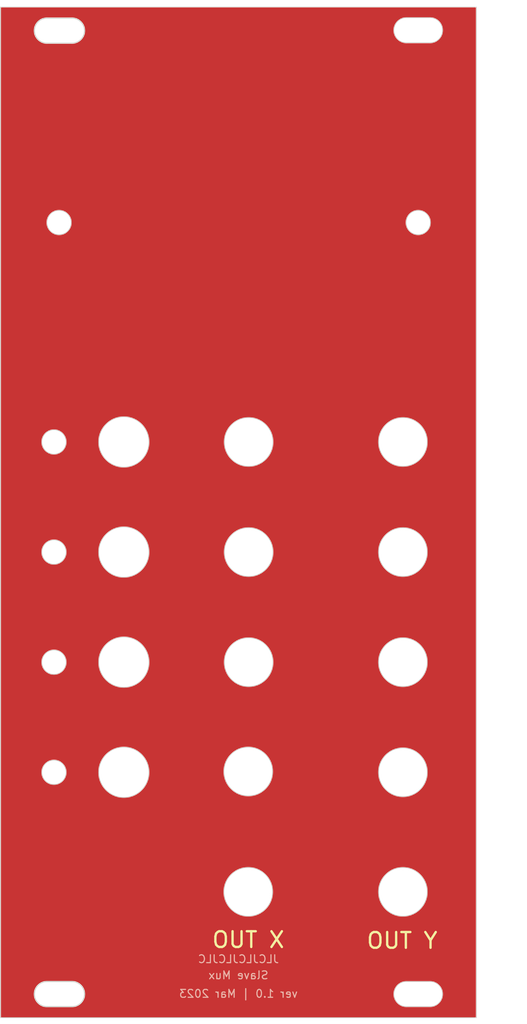
<source format=kicad_pcb>
(kicad_pcb (version 20211014) (generator pcbnew)

  (general
    (thickness 1.6)
  )

  (paper "A4")
  (layers
    (0 "F.Cu" signal)
    (31 "B.Cu" signal)
    (32 "B.Adhes" user "B.Adhesive")
    (33 "F.Adhes" user "F.Adhesive")
    (34 "B.Paste" user)
    (35 "F.Paste" user)
    (36 "B.SilkS" user "B.Silkscreen")
    (37 "F.SilkS" user "F.Silkscreen")
    (38 "B.Mask" user)
    (39 "F.Mask" user)
    (40 "Dwgs.User" user "User.Drawings")
    (41 "Cmts.User" user "User.Comments")
    (42 "Eco1.User" user "User.Eco1")
    (43 "Eco2.User" user "User.Eco2")
    (44 "Edge.Cuts" user)
    (45 "Margin" user)
    (46 "B.CrtYd" user "B.Courtyard")
    (47 "F.CrtYd" user "F.Courtyard")
    (48 "B.Fab" user)
    (49 "F.Fab" user)
    (50 "User.1" user)
    (51 "User.2" user)
    (52 "User.3" user)
    (53 "User.4" user)
    (54 "User.5" user)
    (55 "User.6" user)
    (56 "User.7" user)
    (57 "User.8" user)
    (58 "User.9" user)
  )

  (setup
    (pad_to_mask_clearance 0)
    (pcbplotparams
      (layerselection 0x00010fc_ffffffff)
      (disableapertmacros false)
      (usegerberextensions false)
      (usegerberattributes true)
      (usegerberadvancedattributes true)
      (creategerberjobfile true)
      (svguseinch false)
      (svgprecision 6)
      (excludeedgelayer true)
      (plotframeref false)
      (viasonmask false)
      (mode 1)
      (useauxorigin false)
      (hpglpennumber 1)
      (hpglpenspeed 20)
      (hpglpendiameter 15.000000)
      (dxfpolygonmode true)
      (dxfimperialunits true)
      (dxfusepcbnewfont true)
      (psnegative false)
      (psa4output false)
      (plotreference true)
      (plotvalue true)
      (plotinvisibletext false)
      (sketchpadsonfab false)
      (subtractmaskfromsilk false)
      (outputformat 1)
      (mirror false)
      (drillshape 1)
      (scaleselection 1)
      (outputdirectory "")
    )
  )

  (net 0 "")

  (gr_line (start 78.45 90.4) (end 87.75 90.4) (layer "F.Mask") (width 0.4) (tstamp 0bd3f3ae-7581-4feb-80da-dabc6c33c87d))
  (gr_line (start 94.25 90.4) (end 107.4 90.4) (layer "F.Mask") (width 0.4) (tstamp 0ff42b85-0372-452f-9ecd-d2f28608f6b7))
  (gr_line (start 96.5 90.4) (end 96.5 132.4) (layer "F.Mask") (width 0.5) (tstamp 1432806d-b528-4972-a8f8-9ba4518c4230))
  (gr_line (start 78.4 104.4) (end 87.7 104.4) (layer "F.Mask") (width 0.4) (tstamp 1a214b35-ada5-4fea-9744-150a23c35f28))
  (gr_line (start 105.15 90.4) (end 105.15 132.4) (layer "F.Mask") (width 0.5) (tstamp 1a967380-09b0-4c88-8ea9-736f8bccca82))
  (gr_line (start 78.45 132.4) (end 87.75 132.4) (layer "F.Mask") (width 0.4) (tstamp 251074ea-4a12-467f-9f50-79944e840d79))
  (gr_arc (start 116.15 132.4) (mid 110.65 137.9) (end 105.15 132.4) (layer "F.Mask") (width 0.5) (tstamp 32afea17-1c48-4676-8d43-6572c70d9f95))
  (gr_line (start 59.675 118.4) (end 64.425 118.4) (layer "F.Mask") (width 0.4) (tstamp 354fdb67-919f-4c75-8a77-06b5b9fdfabd))
  (gr_line (start 116.15 132.4) (end 116.15 90.3) (layer "F.Mask") (width 0.5) (tstamp 39ac113d-8051-4a6f-afe4-0b01c55afc9e))
  (gr_line (start 91.05 142.8) (end 92.05 141.8) (layer "F.Mask") (width 0.5) (tstamp 3d18d938-4dd1-4249-befc-a3734d2f489e))
  (gr_line (start 59.625 104.4) (end 64.375 104.4) (layer "F.Mask") (width 0.4) (tstamp 3e0a0549-67aa-429a-baf1-eb33485c1b85))
  (gr_line (start 94.225 132.4) (end 107.375 132.4) (layer "F.Mask") (width 0.4) (tstamp 48e07740-5e54-4a1c-b045-b8817d4cc1db))
  (gr_arc (start 105.15 90.4) (mid 110.65 84.9) (end 116.15 90.4) (layer "F.Mask") (width 0.5) (tstamp 69b55ece-e9ea-405b-b734-9eb9bb81f37d))
  (gr_line (start 110.65 142.8) (end 111.65 141.8) (layer "F.Mask") (width 0.5) (tstamp 7573e03e-34c2-4171-8b95-0f01f0185262))
  (gr_line (start 110.65 142.8) (end 109.65 141.8) (layer "F.Mask") (width 0.5) (tstamp 76c96f69-f509-4775-85d8-6e33591ebc33))
  (gr_line (start 94.225 104.4) (end 107.375 104.4) (layer "F.Mask") (width 0.4) (tstamp 7c06e49c-cbc3-47c9-8985-141e0d0b03e8))
  (gr_arc (start 85.5 90.4) (mid 91 84.9) (end 96.5 90.4) (layer "F.Mask") (width 0.5) (tstamp 810d032b-237d-4421-aaff-20c3b45a7fde))
  (gr_line (start 68 90.4) (end 71.65 90.4) (layer "F.Mask") (width 0.4) (tstamp 90210188-8b07-46c1-b7ee-61c439d7df5a))
  (gr_line (start 78.45 118.4) (end 87.75 118.4) (layer "F.Mask") (width 0.4) (tstamp 99f90bb4-1cfa-4e19-8168-2a8ba394dcd2))
  (gr_line (start 94.275 118.4) (end 107.425 118.4) (layer "F.Mask") (width 0.4) (tstamp a8e0f5e3-731e-4251-b379-7ab53dd2be48))
  (gr_line (start 91 138) (end 91 142.8) (layer "F.Mask") (width 0.5) (tstamp ad42385a-cee5-4fe7-8908-bd2033704ba9))
  (gr_line (start 59.65 90.4) (end 64.4 90.4) (layer "F.Mask") (width 0.4) (tstamp ba676e35-c364-4cbb-a566-81075c2b2c7f))
  (gr_line (start 110.65 138) (end 110.65 142.8) (layer "F.Mask") (width 0.5) (tstamp cf3ed10a-dc0d-4d0b-9140-4b62d6a9d72c))
  (gr_line (start 59.625 132.4) (end 64.375 132.4) (layer "F.Mask") (width 0.4) (tstamp d26ba1bf-ff1a-4db2-805e-bda8ac4dd5d0))
  (gr_line (start 67.95 132.4) (end 71.675 132.4) (layer "F.Mask") (width 0.4) (tstamp d383a4e0-d40d-4e0b-9562-55c17aeb2acd))
  (gr_line (start 68 104.4) (end 71.7 104.4) (layer "F.Mask") (width 0.4) (tstamp e4e7ff53-e4f1-4bfe-8bec-136f699af05a))
  (gr_line (start 91 142.8) (end 90 141.8) (layer "F.Mask") (width 0.5) (tstamp e50f564c-0baf-4708-96c9-c03b2b9849ac))
  (gr_arc (start 96.5 132.4) (mid 91 137.9) (end 85.5 132.4) (layer "F.Mask") (width 0.5) (tstamp e51d1d7d-d191-42e5-b42e-612f597b5ab8))
  (gr_line (start 85.5 132.4) (end 85.5 90.4) (layer "F.Mask") (width 0.5) (tstamp e76fb3ca-22a2-46b0-a10f-f1fa5a4bab6f))
  (gr_line (start 68 118.4) (end 71.675 118.4) (layer "F.Mask") (width 0.4) (tstamp ecd497f0-f556-45b3-8044-ba9242b56d13))
  (gr_line (start 112.6 163.65) (end 112.6 163.6) (layer "Dwgs.User") (width 0.15) (tstamp 01830be6-3cdc-4d59-91fa-49061a95baec))
  (gr_line (start 112.6 164.35) (end 112.6 163.65) (layer "Dwgs.User") (width 0.15) (tstamp 083652e2-91d7-4062-8611-2777523abd13))
  (gr_line (start 112.6 160.6) (end 114.1 160.6) (layer "Dwgs.User") (width 0.15) (tstamp 0d4af977-e107-4a63-bd2a-20c3100e1b4a))
  (gr_circle (center 110.65 118.4) (end 115.15 118.4) (layer "Dwgs.User") (width 0.15) (fill none) (tstamp 0fcfcfd8-9a33-4937-b33b-f5bcc0087f61))
  (gr_line (start 66.9 160.6) (end 68.5 160.6) (layer "Dwgs.User") (width 0.15) (tstamp 10fc923b-678d-4c49-bb39-0ff90a9b8309))
  (gr_line (start 89.7 90.4) (end 66.2 90.4) (layer "Dwgs.User") (width 0.15) (tstamp 126115da-8a45-4469-b596-48227c604010))
  (gr_line (start 124 35.1) (end 124 132.4) (layer "Dwgs.User") (width 0.15) (tstamp 15a4e9a9-d151-4a74-b7c3-a9d255997d93))
  (gr_line (start 110.65 147.6) (end 110.65 150.85) (layer "Dwgs.User") (width 0.15) (tstamp 1650bd39-9e0e-4ef7-af41-72e9ce424e0f))
  (gr_line (start 123.75 118.4) (end 59.4 118.4) (layer "Dwgs.User") (width 0.15) (tstamp 166b9575-9ba3-4c9a-8f61-e3446978e503))
  (gr_line (start 110.65 147.6) (end 110.65 154.1) (layer "Dwgs.User") (width 0.15) (tstamp 1bd363bd-9e42-4e71-8693-91491a5678a9))
  (gr_line (start 59.4 35.1) (end 66.9 35.1) (layer "Dwgs.User") (width 0.15) (tstamp 21ba711f-58d8-495d-b03c-68caf637f098))
  (gr_line (start 59.4 163.6) (end 66.9 163.6) (layer "Dwgs.User") (width 0.15) (tstamp 2225bc80-560f-4267-8742-1191ff1839c6))
  (gr_line (start 123.5 104.4) (end 59.4 104.4) (layer "Dwgs.User") (width 0.15) (tstamp 281084f0-e1ce-4ac9-a033-a5653e736dfd))
  (gr_circle (center 110.65 147.6) (end 115.15 147.6) (layer "Dwgs.User") (width 0.15) (fill none) (tstamp 3fa27285-907a-4180-a09c-7bf7b510e590))
  (gr_circle (center 91 90.4) (end 95.5 90.4) (layer "Dwgs.User") (width 0.15) (fill none) (tstamp 4626485a-5e7b-4d24-8956-47c56ef3f545))
  (gr_circle (center 110.65 104.4) (end 115.15 104.4) (layer "Dwgs.User") (width 0.15) (fill none) (tstamp 488a0c80-4e1f-4573-82ae-4c63c8887bba))
  (gr_circle (center 91 147.6) (end 95.5 147.6) (layer "Dwgs.User") (width 0.15) (fill none) (tstamp 49d0aeab-312e-48bf-bd1a-b65d8d074d24))
  (gr_line (start 66.85 62.5) (end 66.85 63.9) (layer "Dwgs.User") (width 0.15) (tstamp 4a6d60aa-129a-4380-88be-f8ae2ad5d783))
  (gr_line (start 123.2 90.4) (end 59.4 90.4) (layer "Dwgs.User") (width 0.15) (tstamp 4b4d1754-eaf1-4898-a415-9f2c94aa11e6))
  (gr_line (start 124 132.4) (end 59.4 132.4) (layer "Dwgs.User") (width 0.15) (tstamp 4c3751c3-39a6-4c84-b0bb-32f7602213b7))
  (gr_line (start 123.75 35.1) (end 123.75 118.4) (layer "Dwgs.User") (width 0.15) (tstamp 4cadc60e-29dd-4ab0-8776-6369cb5af029))
  (gr_line (start 89.7 90.4) (end 75.1 90.4) (layer "Dwgs.User") (width 0.15) (tstamp 513711dc-5dfc-467b-a25a-13dc472401a2))
  (gr_line (start 89.75 62.5) (end 112.6 62.5) (layer "Dwgs.User") (width 0.15) (tstamp 51450512-1a7c-4d9d-9bfd-ba243261cb11))
  (gr_line (start 66.9 35.12) (end 66.9 34.28) (layer "Dwgs.User") (width 0.15) (tstamp 52874cbd-c392-46cc-bef4-ec77ff9c607f))
  (gr_line (start 66.9 38.1) (end 68.5 38.1) (layer "Dwgs.User") (width 0.15) (tstamp 542b20f1-e440-441a-89ac-dff4ae5e2473))
  (gr_line (start 89.7 62.5) (end 66.85 62.5) (layer "Dwgs.User") (width 0.15) (tstamp 5f51100c-a1a4-48ee-b363-236ac1c0736f))
  (gr_line (start 89.7 90.4) (end 91 90.4) (layer "Dwgs.User") (width 0.15) (tstamp 6199d999-176b-4fc8-886a-b41f5db549a6))
  (gr_circle (center 91 118.4) (end 95.5 118.4) (layer "Dwgs.User") (width 0.15) (fill none) (tstamp 61c42cf6-5b60-4b18-8b53-30cc8a4063f1))
  (gr_line (start 124.25 35.1) (end 124.25 147.6) (layer "Dwgs.User") (width 0.15) (tstamp 66b4d90b-ac8e-4eda-a207-8b51b19107e2))
  (gr_line (start 112.6 34.28) (end 112.6 35.05) (layer "Dwgs.User") (width 0.15) (tstamp 684bf4d7-4a9a-427e-85dc-1a7652764d49))
  (gr_line (start 59.4 163.6) (end 92.3 163.6) (layer "Dwgs.User") (width 0.15) (tstamp 684eb623-4cb1-4033-ab1f-dbd7b5f9f60d))
  (gr_line (start 120 35.1) (end 126.4 35.1) (layer "Dwgs.User") (width 0.15) (tstamp 6b04fce2-e3d2-42c0-9f82-47721796a200))
  (gr_line (start 66.9 163.6) (end 66.9 160.6) (layer "Dwgs.User") (width 0.15) (tstamp 6f20503c-8f08-4557-9192-8e7d34e21961))
  (gr_line (start 122.5 35.1) (end 122.5 62.5) (layer "Dwgs.User") (width 0.15) (tstamp 730c0d1e-5057-4aa2-8563-b8378f1bc515))
  (gr_line (start 66.9 35.1) (end 66.9 38.1) (layer "Dwgs.User") (width 0.15) (tstamp 735dc91a-966c-48ff-ae84-406c9549a0a3))
  (gr_line (start 112.6 160.6) (end 111.1 160.6) (layer "Dwgs.User") (width 0.15) (tstamp 774d60bb-3269-45c5-84be-e91a7de10211))
  (gr_line (start 124.25 147.6) (end 59.4 147.6) (layer "Dwgs.User") (width 0.15) (tstamp 7822d5fe-fc80-422d-be4a-0e8f06ef4e4b))
  (gr_line (start 123.2 35.1) (end 123.2 90.4) (layer "Dwgs.User") (width 0.15) (tstamp 8abcf797-45b5-4549-b9f3-0e40c88ce0f4))
  (gr_line (start 91 132.25) (end 91 147.6) (layer "Dwgs.User") (width 0.15) (tstamp 8ed2a436-bac2-4ddc-89e2-422d99d22608))
  (gr_circle (center 110.65 90.4) (end 115.15 90.4) (layer "Dwgs.User") (width 0.15) (fill none) (tstamp 9068de74-b21d-4c1c-b11d-7c342d889830))
  (gr_line (start 112.6 62.5) (end 112.6 61.5) (layer "Dwgs.User") (width 0.15) (tstamp 906ea544-66fa-45f4-b9b1-c734da7590a6))
  (gr_line (start 123.5 35.1) (end 123.5 104.4) (layer "Dwgs.User") (width 0.15) (tstamp 991b30e1-8b31-4484-aea2-dc66e48c8eaa))
  (gr_circle (center 91 132.4) (end 95.5 132.4) (layer "Dwgs.User") (width 0.15) (fill none) (tstamp 9a7be3c3-6bbf-4781-a74b-71cc24e03d85))
  (gr_circle (center 91 104.4) (end 95.5 104.4) (layer "Dwgs.User") (width 0.15) (fill none) (tstamp 9b9bfea5-aa3e-4b5f-9d4e-b54c31a9e75b))
  (gr_line (start 114.1 38.05) (end 112.6 38.05) (layer "Dwgs.User") (width 0.15) (tstamp 9df5b4dd-84d9-4e89-b729-4299478316a7))
  (gr_line (start 66.9 38.1) (end 65.3 38.1) (layer "Dwgs.User") (width 0.15) (tstamp ac97cce0-dad1-4990-b140-f93cca225a75))
  (gr_line (start 75.1 90.4) (end 75.1 132.4) (layer "Dwgs.User") (width 0.15) (tstamp ae3c12ca-cb95-4f08-8e9a-84da15adcab1))
  (gr_line (start 66.2 90.4) (end 66.2 132.4) (layer "Dwgs.User") (width 0.15) (tstamp afd9aef1-a2a5-4a33-b8a6-c614ca91ec99))
  (gr_line (start 79.55 147.6) (end 68.15 147.6) (layer "Dwgs.User") (width 0.15) (tstamp b0c897f9-0c3a-472e-9f41-339f69dd0016))
  (gr_line (start 59.4 35.1) (end 89.7 35.1) (layer "Dwgs.User") (width 0.15) (tstamp b4486729-7ad3-4556-bff9-6a59268c2da5))
  (gr_line (start 66.9 164.35) (end 112.6 164.35) (layer "Dwgs.User") (width 0.15) (tstamp bcdbf650-d230-4168-9af2-f08b631827a7))
  (gr_line (start 112.6 38.05) (end 114.1 38.05) (layer "Dwgs.User") (width 0.15) (tstamp bf3cc3fb-6b52-4508-a9d0-fa5b5d09e129))
  (gr_line (start 112.6 35.05) (end 112.6 38.05) (layer "Dwgs.User") (width 0.15) (tstamp c62e258f-0240-483c-b481-9f9836deebfa))
  (gr_circle (center 110.65 132.4) (end 115.15 132.4) (layer "Dwgs.User") (width 0.15) (fill none) (tstamp c967ee54-6fd1-4667-9913-af90f44b3a5d))
  (gr_line (start 66.9 163.6) (end 66.9 164.35) (layer "Dwgs.User") (width 0.15) (tstamp cca9dae6-2467-46e9-8a08-5c49b3a08aec))
  (gr_line (start 112.6 38.05) (end 111.1 38.05) (layer "Dwgs.User") (width 0.15) (tstamp d510d080-7cae-492f-b4b9-ad000e129a04))
  (gr_line (start 66.9 160.6) (end 65.3 160.6) (layer "Dwgs.User") (width 0.15) (tstamp dc7c08fe-dfd7-4cc9-93b0-107bd804db0e))
  (gr_line (start 91 90.4) (end 91 132.4) (layer "Dwgs.User") (width 0.15) (tstamp e051df28-9979-4ffe-82e9-8dd943f15f1e))
  (gr_line (start 66.9 34.28) (end 112.6 34.28) (layer "Dwgs.User") (width 0.15) (tstamp e6dba7c5-add7-4edd-aa99-2257c09f0b3d))
  (gr_line (start 79.55 147.6) (end 90.95 147.6) (layer "Dwgs.User") (width 0.15) (tstamp e9594b46-0a71-41f2-930a-3bb415324352))
  (gr_line (start 91 147.6) (end 91 150.85) (layer "Dwgs.User") (width 0.15) (tstamp edbd9d05-bd26-4296-aafa-8d985bd64be9))
  (gr_line (start 112.6 163.6) (end 112.6 160.6) (layer "Dwgs.User") (width 0.15) (tstamp f5f966f5-3afb-4b58-b6d1-ba17460aafa2))
  (gr_line (start 89.7 35.1) (end 89.7 163.6) (layer "Dwgs.User") (width 0.15) (tstamp fa20e76a-cfbd-4506-a1ad-efa7e1ae55c5))
  (gr_circle (center 112.6 62.5) (end 111.05 62.5) (layer "Edge.Cuts") (width 0.1) (fill none) (tstamp 0e156451-f555-424d-a759-f880b5113dda))
  (gr_arc (start 65.3 162.2) (mid 63.7 160.6) (end 65.3 159) (layer "Edge.Cuts") (width 0.15) (tstamp 147397ad-d72c-44a3-ada9-4036c03bbdca))
  (gr_line (start 114.1 162.2) (end 111.1 162.2) (layer "Edge.Cuts") (width 0.1) (tstamp 15742246-08c0-4520-b1ae-52504dcbaab6))
  (gr_arc (start 111.1 162.2) (mid 109.5 160.6) (end 111.1 159) (layer "Edge.Cuts") (width 0.1) (tstamp 1b14f761-6f51-4960-97e4-3c76d707c3bf))
  (gr_line (start 65.3 36.5) (end 68.5 36.5) (layer "Edge.Cuts") (width 0.15) (tstamp 1c43fb2e-d078-4058-8978-1851ef7dbb8d))
  (gr_circle (center 110.65 132.4) (end 113.75 132.4) (layer "Edge.Cuts") (width 0.1) (fill none) (tstamp 2aaec6ed-4930-45ce-b351-95f1344ef7cf))
  (gr_circle (center 91 118.4) (end 94.1 118.4) (layer "Edge.Cuts") (width 0.1) (fill none) (tstamp 2ec266e7-e265-487c-9f33-3f4df77ca069))
  (gr_circle (center 75.103058 118.396522) (end 78.303058 118.396522) (layer "Edge.Cuts") (width 0.1) (fill none) (tstamp 308f023a-4efb-45b0-b06b-d29b3fc38b25))
  (gr_arc (start 111.1 39.65) (mid 109.5 38.05) (end 111.1 36.45) (layer "Edge.Cuts") (width 0.1) (tstamp 36b50040-9955-4630-ae77-68d6d32c358e))
  (gr_line (start 65.3 159) (end 68.5 159) (layer "Edge.Cuts") (width 0.15) (tstamp 36e61da6-1cde-4bfe-b477-e46ec920857a))
  (gr_circle (center 66.85 62.5) (end 68.4 62.5) (layer "Edge.Cuts") (width 0.1) (fill none) (tstamp 4670688d-c1bd-455b-bfc4-d9a523f791f8))
  (gr_circle (center 90.95 132.3) (end 94.05 132.3) (layer "Edge.Cuts") (width 0.1) (fill none) (tstamp 4f5ecd6e-c0ea-47b6-a39b-c135318e802a))
  (gr_circle (center 75.1 132.4) (end 78.3 132.4) (layer "Edge.Cuts") (width 0.1) (fill none) (tstamp 5b47b940-410a-4aa8-9845-16a63509768d))
  (gr_circle (center 91 90.4) (end 94.1 90.4) (layer "Edge.Cuts") (width 0.1) (fill none) (tstamp 602370f6-2370-4bfc-97d3-14420b724741))
  (gr_circle (center 75.1 104.4) (end 78.3 104.4) (layer "Edge.Cuts") (width 0.1) (fill none) (tstamp 668d8287-fe04-40dd-9e35-879638b9815d))
  (gr_line (start 111.1 159) (end 114.1 159) (layer "Edge.Cuts") (width 0.1) (tstamp 66c486c7-3159-46d1-abbe-11007d664f03))
  (gr_circle (center 110.65 118.4) (end 113.75 118.4) (layer "Edge.Cuts") (width 0.1) (fill none) (tstamp 6c6e8996-3ddb-4927-9a4e-07cc9ff4636d))
  (gr_circle (center 66.2 90.4) (end 67.75 90.4) (layer "Edge.Cuts") (width 0.1) (fill none) (tstamp 7ac8409c-311a-40cd-8df3-3ff0e04c65ab))
  (gr_arc (start 68.5 159) (mid 70.1 160.6) (end 68.5 162.2) (layer "Edge.Cuts") (width 0.15) (tstamp 7db1a51f-9fb7-4e73-9cd8-0584089e2735))
  (gr_circle (center 110.65 104.4) (end 113.75 104.4) (layer "Edge.Cuts") (width 0.1) (fill none) (tstamp 7fe7c27e-8b81-4bb9-84ce-c96ee69d5dd6))
  (gr_line (start 111.1 36.45) (end 114.1 36.45) (layer "Edge.Cuts") (width 0.1) (tstamp 864cadcd-1f07-4de5-a0b4-4d4c74a8c1b7))
  (gr_circle (center 66.2 132.4) (end 67.75 132.4) (layer "Edge.Cuts") (width 0.1) (fill none) (tstamp 8d1e1476-7d25-4e0d-a26e-2ec91ea337ad))
  (gr_rect (start 59.4 35.1) (end 120 163.6) (layer "Edge.Cuts") (width 0.1) (fill none) (tstamp 93c0aca5-aee6-48f9-9ab5-e99e2bb08165))
  (gr_line (start 114.1 39.65) (end 111.1 39.65) (layer "Edge.Cuts") (width 0.1) (tstamp 98b6a2b3-9fce-4dc6-a6c3-ce68fa6be9aa))
  (gr_circle (center 66.2 104.4) (end 67.75 104.4) (layer "Edge.Cuts") (width 0.1) (fill none) (tstamp 9d49ad82-1617-4371-b74e-9e3cac8a06c9))
  (gr_line (start 68.5 39.7) (end 65.3 39.7) (layer "Edge.Cuts") (width 0.15) (tstamp 9ec18eb5-a9eb-4055-a6e4-3bd3364b64bb))
  (gr_arc (start 65.3 39.7) (mid 63.7 38.1) (end 65.3 36.5) (layer "Edge.Cuts") (width 0.15) (tstamp a4827f6c-186b-4950-ad5f-a843fa7c3069))
  (gr_line (start 68.5 162.2) (end 65.3 162.2) (layer "Edge.Cuts") (width 0.15) (tstamp af64ce3f-ef11-4938-95e8-2f511917c759))
  (gr_circle (center 66.2 118.4) (end 67.75 118.4) (layer "Edge.Cuts") (width 0.1) (fill none) (tstamp b500a80a-f042-446a-95f8-29018f4f608d))
  (gr_arc (start 68.5 36.5) (mid 70.1 38.1) (end 68.5 39.7) (layer "Edge.Cuts") (width 0.15) (tstamp bac3ca0e-e268-43f8-8f42-e903b4dc4127))
  (gr_arc (start 114.1 159) (mid 115.7 160.6) (end 114.1 162.2) (layer "Edge.Cuts") (width 0.1) (tstamp bae401bf-eb12-4140-9569-558c350d13d2))
  (gr_circle (center 90.95 147.6) (end 94.05 147.6) (layer "Edge.Cuts") (width 0.1) (fill none) (tstamp bc3cee83-0f5d-419d-afd1-bbd41276077f))
  (gr_circle (center 75.1 90.4) (end 78.3 90.4) (layer "Edge.Cuts") (width 0.1) (fill none) (tstamp c4b35a8a-f9c4-493d-890f-baa3c48a933b))
  (gr_arc (start 114.1 36.45) (mid 115.7 38.05) (end 114.1 39.65) (layer "Edge.Cuts") (width 0.1) (tstamp dfa9b016-3ca4-41d6-a592-97ff9d136f02))
  (gr_circle (center 110.65 90.4) (end 113.75 90.4) (layer "Edge.Cuts") (width 0.1) (fill none) (tstamp e9477d7d-3fbc-4e55-bd57-150e031449b0))
  (gr_circle (center 91 104.4) (end 94.1 104.4) (layer "Edge.Cuts") (width 0.1) (fill none) (tstamp f6e8cae8-a657-4141-aee3-ca25e9c1d652))
  (gr_circle (center 110.65 147.6) (end 113.75 147.6) (layer "Edge.Cuts") (width 0.1) (fill none) (tstamp ff70afbd-f18b-44d7-88e6-472d7f09ba96))
  (gr_text "JLCJLCJLCJLC" (at 89.7 156.15) (layer "B.SilkS") (tstamp 10f49792-5f43-4a52-b2c0-8cf6c8143b8d)
    (effects (font (size 1 1) (thickness 0.15)) (justify mirror))
  )
  (gr_text "Slave Mux" (at 89.7 158.2) (layer "B.SilkS") (tstamp 5ba7c9a7-0eab-4d84-8867-3c63fda426d2)
    (effects (font (size 1 1) (thickness 0.15)) (justify mirror))
  )
  (gr_text "ver 1.0 | Mar 2023" (at 89.7 160.55) (layer "B.SilkS") (tstamp 9b2f8fe8-04f2-43d7-a248-d728bb607a8f)
    (effects (font (size 1 1) (thickness 0.15)) (justify mirror))
  )
  (gr_text "OUT X\n" (at 90.95 153.7) (layer "F.SilkS") (tstamp 781baa38-ad6c-4b0c-ba60-f7e358a254ce)
    (effects (font (size 2 2) (thickness 0.3)))
  )
  (gr_text "OUT Y\n" (at 110.55 153.8) (layer "F.SilkS") (tstamp dc9639c1-2170-402b-8a98-e6b17c45f911)
    (effects (font (size 2 2) (thickness 0.3)))
  )
  (gr_text "4:1 MUX SLAVE" (at 89.85 38.05) (layer "F.Mask") (tstamp 2e5aee13-0b4a-4e9c-8f7c-12ed60584ace)
    (effects (font (size 3 3) (thickness 0.5)))
  )
  (gr_text "m0xpd" (at 89.55 160.55) (layer "F.Mask") (tstamp 97fdc962-7adb-4cd5-a714-066531c65894)
    (effects (font (size 3 3) (thickness 0.4)))
  )

  (zone (net 0) (net_name "") (layer "F.Cu") (tstamp ca981400-1e3f-409f-bccc-b89214b8c1a1) (hatch edge 0.508)
    (connect_pads (clearance 0))
    (min_thickness 0.254) (filled_areas_thickness no)
    (fill yes (thermal_gap 0.508) (thermal_bridge_width 0.508))
    (polygon
      (pts
        (xy 120 163.6)
        (xy 59.4 163.6)
        (xy 59.4 35.1)
        (xy 120 35.1)
      )
    )
    (filled_polygon
      (layer "F.Cu")
      (island)
      (pts
        (xy 119.941121 35.121002)
        (xy 119.987614 35.174658)
        (xy 119.999 35.227)
        (xy 119.999 163.473)
        (xy 119.978998 163.541121)
        (xy 119.925342 163.587614)
        (xy 119.873 163.599)
        (xy 59.527 163.599)
        (xy 59.458879 163.578998)
        (xy 59.412386 163.525342)
        (xy 59.401 163.473)
        (xy 59.401 160.719978)
        (xy 63.699 160.719978)
        (xy 63.734764 160.957255)
        (xy 63.805492 161.186551)
        (xy 63.909606 161.402745)
        (xy 64.044778 161.601006)
        (xy 64.20799 161.776907)
        (xy 64.395596 161.926517)
        (xy 64.603404 162.046496)
        (xy 64.607793 162.048219)
        (xy 64.607796 162.04822)
        (xy 64.723062 162.093458)
        (xy 64.826774 162.134162)
        (xy 64.831366 162.13521)
        (xy 64.831369 162.135211)
        (xy 65.032599 162.18114)
        (xy 65.060714 162.187557)
        (xy 65.065407 162.187909)
        (xy 65.065409 162.187909)
        (xy 65.180016 162.196497)
        (xy 65.3 162.205489)
        (xy 65.3 162.202049)
        (xy 65.309917 162.201)
        (xy 68.486261 162.201)
        (xy 68.5 162.202218)
        (xy 68.5 162.205489)
        (xy 68.640404 162.194967)
        (xy 68.734591 162.187909)
        (xy 68.734593 162.187909)
        (xy 68.739286 162.187557)
        (xy 68.767401 162.18114)
        (xy 68.968631 162.135211)
        (xy 68.968634 162.13521)
        (xy 68.973226 162.134162)
        (xy 69.076938 162.093458)
        (xy 69.192204 162.04822)
        (xy 69.192207 162.048219)
        (xy 69.196596 162.046496)
        (xy 69.404404 161.926517)
        (xy 69.59201 161.776907)
        (xy 69.755222 161.601006)
        (xy 69.890394 161.402745)
        (xy 69.994508 161.186551)
        (xy 70.065236 160.957255)
        (xy 70.101 160.719978)
        (xy 109.499 160.719978)
        (xy 109.534764 160.957255)
        (xy 109.605492 161.186551)
        (xy 109.709606 161.402745)
        (xy 109.844778 161.601006)
        (xy 110.00799 161.776907)
        (xy 110.195596 161.926517)
        (xy 110.403404 162.046496)
        (xy 110.407793 162.048219)
        (xy 110.407796 162.04822)
        (xy 110.523062 162.093458)
        (xy 110.626774 162.134162)
        (xy 110.631366 162.13521)
        (xy 110.631369 162.135211)
        (xy 110.832599 162.18114)
        (xy 110.860714 162.187557)
        (xy 110.865407 162.187909)
        (xy 110.865409 162.187909)
        (xy 110.980016 162.196497)
        (xy 111.1 162.205489)
        (xy 111.1 162.202049)
        (xy 111.109917 162.201)
        (xy 114.086261 162.201)
        (xy 114.1 162.202218)
        (xy 114.1 162.205489)
        (xy 114.240404 162.194967)
        (xy 114.334591 162.187909)
        (xy 114.334593 162.187909)
        (xy 114.339286 162.187557)
        (xy 114.367401 162.18114)
        (xy 114.568631 162.135211)
        (xy 114.568634 162.13521)
        (xy 114.573226 162.134162)
        (xy 114.676938 162.093458)
        (xy 114.792204 162.04822)
        (xy 114.792207 162.048219)
        (xy 114.796596 162.046496)
        (xy 115.004404 161.926517)
        (xy 115.19201 161.776907)
        (xy 115.355222 161.601006)
        (xy 115.490394 161.402745)
        (xy 115.594508 161.186551)
        (xy 115.665236 160.957255)
        (xy 115.701 160.719978)
        (xy 115.701 160.480022)
        (xy 115.665236 160.242745)
        (xy 115.594508 160.013449)
        (xy 115.490394 159.797256)
        (xy 115.355222 159.598994)
        (xy 115.19201 159.423093)
        (xy 115.004404 159.273483)
        (xy 114.796596 159.153504)
        (xy 114.792207 159.151781)
        (xy 114.792204 159.15178)
        (xy 114.676938 159.106542)
        (xy 114.573226 159.065838)
        (xy 114.568634 159.06479)
        (xy 114.568631 159.064789)
        (xy 114.343878 159.013491)
        (xy 114.343877 159.013491)
        (xy 114.339286 159.012443)
        (xy 114.334593 159.012091)
        (xy 114.334591 159.012091)
        (xy 114.219984 159.003503)
        (xy 114.1 158.994511)
        (xy 114.1 158.997951)
        (xy 114.090083 158.999)
        (xy 111.113739 158.999)
        (xy 111.1 158.997782)
        (xy 111.1 158.994511)
        (xy 110.959596 159.005033)
        (xy 110.865409 159.012091)
        (xy 110.865407 159.012091)
        (xy 110.860714 159.012443)
        (xy 110.856123 159.013491)
        (xy 110.856122 159.013491)
        (xy 110.631369 159.064789)
        (xy 110.631366 159.06479)
        (xy 110.626774 159.065838)
        (xy 110.523062 159.106542)
        (xy 110.407796 159.15178)
        (xy 110.407793 159.151781)
        (xy 110.403404 159.153504)
        (xy 110.195596 159.273483)
        (xy 110.00799 159.423093)
        (xy 109.844778 159.598994)
        (xy 109.709606 159.797256)
        (xy 109.605492 160.013449)
        (xy 109.534764 160.242745)
        (xy 109.499 160.480022)
        (xy 109.499 160.719978)
        (xy 70.101 160.719978)
        (xy 70.101 160.480022)
        (xy 70.065236 160.242745)
        (xy 69.994508 160.013449)
        (xy 69.890394 159.797256)
        (xy 69.755222 159.598994)
        (xy 69.59201 159.423093)
        (xy 69.404404 159.273483)
        (xy 69.196596 159.153504)
        (xy 69.192207 159.151781)
        (xy 69.192204 159.15178)
        (xy 69.076938 159.106542)
        (xy 68.973226 159.065838)
        (xy 68.968634 159.06479)
        (xy 68.968631 159.064789)
        (xy 68.743878 159.013491)
        (xy 68.743877 159.013491)
        (xy 68.739286 159.012443)
        (xy 68.734593 159.012091)
        (xy 68.734591 159.012091)
        (xy 68.619984 159.003503)
        (xy 68.5 158.994511)
        (xy 68.5 158.997951)
        (xy 68.490083 158.999)
        (xy 65.313739 158.999)
        (xy 65.3 158.997782)
        (xy 65.3 158.994511)
        (xy 65.159596 159.005033)
        (xy 65.065409 159.012091)
        (xy 65.065407 159.012091)
        (xy 65.060714 159.012443)
        (xy 65.056123 159.013491)
        (xy 65.056122 159.013491)
        (xy 64.831369 159.064789)
        (xy 64.831366 159.06479)
        (xy 64.826774 159.065838)
        (xy 64.723062 159.106542)
        (xy 64.607796 159.15178)
        (xy 64.607793 159.151781)
        (xy 64.603404 159.153504)
        (xy 64.395596 159.273483)
        (xy 64.20799 159.423093)
        (xy 64.044778 159.598994)
        (xy 63.909606 159.797256)
        (xy 63.805492 160.013449)
        (xy 63.734764 160.242745)
        (xy 63.699 160.480022)
        (xy 63.699 160.719978)
        (xy 59.401 160.719978)
        (xy 59.401 147.556635)
        (xy 87.844417 147.556635)
        (xy 87.844421 147.556731)
        (xy 87.858937 147.903081)
        (xy 87.911985 148.24575)
        (xy 88.002899 148.58037)
        (xy 88.004189 148.583629)
        (xy 88.004191 148.583634)
        (xy 88.051421 148.702922)
        (xy 88.130547 148.90277)
        (xy 88.132192 148.905864)
        (xy 88.132193 148.905866)
        (xy 88.194332 149.022732)
        (xy 88.293336 149.208933)
        (xy 88.295326 149.211839)
        (xy 88.295327 149.211841)
        (xy 88.487248 149.492134)
        (xy 88.487253 149.49214)
        (xy 88.489239 149.495041)
        (xy 88.715813 149.75753)
        (xy 88.970234 149.993126)
        (xy 88.973065 149.995213)
        (xy 88.973066 149.995214)
        (xy 89.241516 150.193133)
        (xy 89.249331 150.198895)
        (xy 89.549626 150.37227)
        (xy 89.630778 150.407725)
        (xy 89.864153 150.509684)
        (xy 89.864163 150.509688)
        (xy 89.867375 150.511091)
        (xy 89.870732 150.51213)
        (xy 89.870737 150.512132)
        (xy 90.177032 150.606946)
        (xy 90.198618 150.613628)
        (xy 90.202074 150.614287)
        (xy 90.202073 150.614287)
        (xy 90.535776 150.677944)
        (xy 90.535781 150.677945)
        (xy 90.539227 150.678602)
        (xy 90.729278 150.693226)
        (xy 90.881458 150.704936)
        (xy 90.88146 150.704936)
        (xy 90.884955 150.705205)
        (xy 91.114265 150.697197)
        (xy 91.227978 150.693226)
        (xy 91.227982 150.693226)
        (xy 91.231494 150.693103)
        (xy 91.234973 150.692589)
        (xy 91.234976 150.692589)
        (xy 91.571033 150.642965)
        (xy 91.571039 150.642964)
        (xy 91.574525 150.642449)
        (xy 91.577929 150.64155)
        (xy 91.577932 150.641549)
        (xy 91.906381 150.554769)
        (xy 91.906382 150.554769)
        (xy 91.909772 150.553873)
        (xy 92.233055 150.42848)
        (xy 92.540347 150.267832)
        (xy 92.827816 150.073931)
        (xy 93.09188 149.849195)
        (xy 93.119548 149.819732)
        (xy 93.326836 149.598993)
        (xy 93.32684 149.598988)
        (xy 93.329247 149.596425)
        (xy 93.331352 149.593611)
        (xy 93.331358 149.593604)
        (xy 93.534849 149.321591)
        (xy 93.534854 149.321584)
        (xy 93.536958 149.318771)
        (xy 93.6014 149.208933)
        (xy 93.710644 149.022732)
        (xy 93.710647 149.022727)
        (xy 93.712426 149.019694)
        (xy 93.713858 149.016478)
        (xy 93.85203 148.706139)
        (xy 93.852032 148.706134)
        (xy 93.853462 148.702922)
        (xy 93.958309 148.372402)
        (xy 94.02566 148.032256)
        (xy 94.054675 147.686721)
        (xy 94.055886 147.6)
        (xy 94.053657 147.560118)
        (xy 94.053462 147.556635)
        (xy 107.544417 147.556635)
        (xy 107.544421 147.556731)
        (xy 107.558937 147.903081)
        (xy 107.611985 148.24575)
        (xy 107.702899 148.58037)
        (xy 107.704189 148.583629)
        (xy 107.704191 148.583634)
        (xy 107.751421 148.702922)
        (xy 107.830547 148.90277)
        (xy 107.832192 148.905864)
        (xy 107.832193 148.905866)
        (xy 107.894332 149.022732)
        (xy 107.993336 149.208933)
        (xy 107.995326 149.211839)
        (xy 107.995327 149.211841)
        (xy 108.187248 149.492134)
        (xy 108.187253 149.49214)
        (xy 108.189239 149.495041)
        (xy 108.415813 149.75753)
        (xy 108.670234 149.993126)
        (xy 108.673065 149.995213)
        (xy 108.673066 149.995214)
        (xy 108.941516 150.193133)
        (xy 108.949331 150.198895)
        (xy 109.249626 150.37227)
        (xy 109.330778 150.407725)
        (xy 109.564153 150.509684)
        (xy 109.564163 150.509688)
        (xy 109.567375 150.511091)
        (xy 109.570732 150.51213)
        (xy 109.570737 150.512132)
        (xy 109.877032 150.606946)
        (xy 109.898618 150.613628)
        (xy 109.902074 150.614287)
        (xy 109.902073 150.614287)
        (xy 110.235776 150.677944)
        (xy 110.235781 150.677945)
        (xy 110.239227 150.678602)
        (xy 110.429278 150.693226)
        (xy 110.581458 150.704936)
        (xy 110.58146 150.704936)
        (xy 110.584955 150.705205)
        (xy 110.814265 150.697197)
        (xy 110.927978 150.693226)
        (xy 110.927982 150.693226)
        (xy 110.931494 150.693103)
        (xy 110.934973 150.692589)
        (xy 110.934976 150.692589)
        (xy 111.271033 150.642965)
        (xy 111.271039 150.642964)
        (xy 111.274525 150.642449)
        (xy 111.277929 150.64155)
        (xy 111.277932 150.641549)
        (xy 111.606381 150.554769)
        (xy 111.606382 150.554769)
        (xy 111.609772 150.553873)
        (xy 111.933055 150.42848)
        (xy 112.240347 150.267832)
        (xy 112.527816 150.073931)
        (xy 112.79188 149.849195)
        (xy 112.819548 149.819732)
        (xy 113.026836 149.598993)
        (xy 113.02684 149.598988)
        (xy 113.029247 149.596425)
        (xy 113.031352 149.593611)
        (xy 113.031358 149.593604)
        (xy 113.234849 149.321591)
        (xy 113.234854 149.321584)
        (xy 113.236958 149.318771)
        (xy 113.3014 149.208933)
        (xy 113.410644 149.022732)
        (xy 113.410647 149.022727)
        (xy 113.412426 149.019694)
        (xy 113.413858 149.016478)
        (xy 113.55203 148.706139)
        (xy 113.552032 148.706134)
        (xy 113.553462 148.702922)
        (xy 113.658309 148.372402)
        (xy 113.72566 148.032256)
        (xy 113.754675 147.686721)
        (xy 113.755886 147.6)
        (xy 113.753657 147.560118)
        (xy 113.736726 147.257298)
        (xy 113.73653 147.25379)
        (xy 113.678703 146.911896)
        (xy 113.583125 146.578578)
        (xy 113.567675 146.541093)
        (xy 113.452327 146.261236)
        (xy 113.452323 146.261228)
        (xy 113.450989 146.257991)
        (xy 113.283941 145.954131)
        (xy 113.084063 145.670786)
        (xy 112.853846 145.411486)
        (xy 112.59616 145.179465)
        (xy 112.555734 145.150523)
        (xy 112.317084 144.979666)
        (xy 112.317077 144.979662)
        (xy 112.314217 144.977614)
        (xy 112.011531 144.808448)
        (xy 111.691874 144.674077)
        (xy 111.688505 144.673086)
        (xy 111.688501 144.673084)
        (xy 111.541857 144.629924)
        (xy 111.359232 144.576175)
        (xy 111.017749 144.515962)
        (xy 111.01424 144.515741)
        (xy 111.014238 144.515741)
        (xy 110.675201 144.494411)
        (xy 110.675195 144.494411)
        (xy 110.671683 144.49419)
        (xy 110.590833 144.498144)
        (xy 110.328854 144.510956)
        (xy 110.328845 144.510957)
        (xy 110.325347 144.511128)
        (xy 110.321879 144.51169)
        (xy 110.321876 144.51169)
        (xy 109.986532 144.566004)
        (xy 109.986529 144.566005)
        (xy 109.983057 144.566567)
        (xy 109.979674 144.567512)
        (xy 109.979672 144.567512)
        (xy 109.924634 144.582879)
        (xy 109.649079 144.659815)
        (xy 109.645826 144.661129)
        (xy 109.645824 144.66113)
        (xy 109.330842 144.788391)
        (xy 109.330838 144.788393)
        (xy 109.327578 144.78971)
        (xy 109.324491 144.791379)
        (xy 109.324487 144.791381)
        (xy 109.218155 144.848875)
        (xy 109.02256 144.954633)
        (xy 108.737826 145.152528)
        (xy 108.735184 145.154841)
        (xy 108.73518 145.154844)
        (xy 108.700925 145.184832)
        (xy 108.476925 145.380929)
        (xy 108.243111 145.636989)
        (xy 108.241045 145.639832)
        (xy 108.241043 145.639835)
        (xy 108.167839 145.740591)
        (xy 108.039296 145.917516)
        (xy 107.868021 146.219014)
        (xy 107.731422 146.537724)
        (xy 107.6312 146.869675)
        (xy 107.568605 147.210729)
        (xy 107.544417 147.556635)
        (xy 94.053462 147.556635)
        (xy 94.036726 147.257298)
        (xy 94.03653 147.25379)
        (xy 93.978703 146.911896)
        (xy 93.883125 146.578578)
        (xy 93.867675 146.541093)
        (xy 93.752327 146.261236)
        (xy 93.752323 146.261228)
        (xy 93.750989 146.257991)
        (xy 93.583941 145.954131)
        (xy 93.384063 145.670786)
        (xy 93.153846 145.411486)
        (xy 92.89616 145.179465)
        (xy 92.855734 145.150523)
        (xy 92.617084 144.979666)
        (xy 92.617077 144.979662)
        (xy 92.614217 144.977614)
        (xy 92.311531 144.808448)
        (xy 91.991874 144.674077)
        (xy 91.988505 144.673086)
        (xy 91.988501 144.673084)
        (xy 91.841857 144.629924)
        (xy 91.659232 144.576175)
        (xy 91.317749 144.515962)
        (xy 91.31424 144.515741)
        (xy 91.314238 144.515741)
        (xy 90.975201 144.494411)
        (xy 90.975195 144.494411)
        (xy 90.971683 144.49419)
        (xy 90.890833 144.498144)
        (xy 90.628854 144.510956)
        (xy 90.628845 144.510957)
        (xy 90.625347 144.511128)
        (xy 90.621879 144.51169)
        (xy 90.621876 144.51169)
        (xy 90.286532 144.566004)
        (xy 90.286529 144.566005)
        (xy 90.283057 144.566567)
        (xy 90.279674 144.567512)
        (xy 90.279672 144.567512)
        (xy 90.224634 144.582879)
        (xy 89.949079 144.659815)
        (xy 89.945826 144.661129)
        (xy 89.945824 144.66113)
        (xy 89.630842 144.788391)
        (xy 89.630838 144.788393)
        (xy 89.627578 144.78971)
        (xy 89.624491 144.791379)
        (xy 89.624487 144.791381)
        (xy 89.518155 144.848875)
        (xy 89.32256 144.954633)
        (xy 89.037826 145.152528)
        (xy 89.035184 145.154841)
        (xy 89.03518 145.154844)
        (xy 89.000925 145.184832)
        (xy 88.776925 145.380929)
        (xy 88.543111 145.636989)
        (xy 88.541045 145.639832)
        (xy 88.541043 145.639835)
        (xy 88.467839 145.740591)
        (xy 88.339296 145.917516)
        (xy 88.168021 146.219014)
        (xy 88.031422 146.537724)
        (xy 87.9312 146.869675)
        (xy 87.868605 147.210729)
        (xy 87.844417 147.556635)
        (xy 59.401 147.556635)
        (xy 59.401 132.4)
        (xy 64.644204 132.4)
        (xy 64.663358 132.64338)
        (xy 64.664512 132.648187)
        (xy 64.664513 132.648193)
        (xy 64.680871 132.716328)
        (xy 64.72035 132.880767)
        (xy 64.722243 132.885338)
        (xy 64.722244 132.88534)
        (xy 64.799019 133.07069)
        (xy 64.813776 133.106317)
        (xy 64.941335 133.314474)
        (xy 65.099886 133.500114)
        (xy 65.285526 133.658665)
        (xy 65.493683 133.786224)
        (xy 65.498253 133.788117)
        (xy 65.498257 133.788119)
        (xy 65.71466 133.877756)
        (xy 65.719233 133.87965)
        (xy 65.802658 133.899679)
        (xy 65.951807 133.935487)
        (xy 65.951813 133.935488)
        (xy 65.95662 133.936642)
        (xy 66.2 133.955796)
        (xy 66.44338 133.936642)
        (xy 66.448187 133.935488)
        (xy 66.448193 133.935487)
        (xy 66.597342 133.899679)
        (xy 66.680767 133.87965)
        (xy 66.68534 133.877756)
        (xy 66.901743 133.788119)
        (xy 66.901747 133.788117)
        (xy 66.906317 133.786224)
        (xy 67.114474 133.658665)
        (xy 67.300114 133.500114)
        (xy 67.458665 133.314474)
        (xy 67.586224 133.106317)
        (xy 67.600982 133.07069)
        (xy 67.677756 132.88534)
        (xy 67.677757 132.885338)
        (xy 67.67965 132.880767)
        (xy 67.719129 132.716328)
        (xy 67.735487 132.648193)
        (xy 67.735488 132.648187)
        (xy 67.736642 132.64338)
        (xy 67.755796 132.4)
        (xy 67.752273 132.355237)
        (xy 71.894269 132.355237)
        (xy 71.894273 132.355335)
        (xy 71.894412 132.358654)
        (xy 71.894412 132.358661)
        (xy 71.899805 132.487332)
        (xy 71.909257 132.712855)
        (xy 71.928278 132.83572)
        (xy 71.961318 133.049144)
        (xy 71.964016 133.066574)
        (xy 71.964938 133.069966)
        (xy 71.964938 133.069968)
        (xy 72.056274 133.406139)
        (xy 72.057862 133.411985)
        (xy 72.059155 133.41525)
        (xy 72.059156 133.415254)
        (xy 72.180895 133.722732)
        (xy 72.189625 133.744782)
        (xy 72.357665 134.060817)
        (xy 72.35965 134.063716)
        (xy 72.557894 134.353245)
        (xy 72.557899 134.353251)
        (xy 72.559885 134.356152)
        (xy 72.793765 134.627105)
        (xy 72.796335 134.629485)
        (xy 72.796339 134.629489)
        (xy 72.865061 134.693126)
        (xy 73.056391 134.870299)
        (xy 73.059214 134.87238)
        (xy 73.059216 134.872382)
        (xy 73.097567 134.900657)
        (xy 73.344488 135.082703)
        (xy 73.347525 135.084457)
        (xy 73.347529 135.084459)
        (xy 73.420951 135.126849)
        (xy 73.654467 135.261669)
        (xy 73.774905 135.314287)
        (xy 73.979242 135.40356)
        (xy 73.979245 135.403561)
        (xy 73.982463 135.404967)
        (xy 73.98582 135.406006)
        (xy 73.985825 135.406008)
        (xy 74.128021 135.450025)
        (xy 74.324388 135.510811)
        (xy 74.327844 135.51147)
        (xy 74.327843 135.51147)
        (xy 74.672529 135.577223)
        (xy 74.672535 135.577224)
        (xy 74.67598 135.577881)
        (xy 74.872107 135.592972)
        (xy 75.029361 135.605072)
        (xy 75.029362 135.605072)
        (xy 75.032858 135.605341)
        (xy 75.257092 135.59751)
        (xy 75.387057 135.592972)
        (xy 75.387061 135.592972)
        (xy 75.390572 135.592849)
        (xy 75.539217 135.570899)
        (xy 75.741173 135.541077)
        (xy 75.741179 135.541076)
        (xy 75.744665 135.540561)
        (xy 75.748069 135.539662)
        (xy 75.748072 135.539661)
        (xy 76.087331 135.450025)
        (xy 76.087332 135.450025)
        (xy 76.090722 135.449129)
        (xy 76.424431 135.319692)
        (xy 76.741632 135.153863)
        (xy 76.968769 135.000657)
        (xy 77.035455 134.955677)
        (xy 77.035457 134.955676)
        (xy 77.038371 134.95371)
        (xy 77.310951 134.721727)
        (xy 77.313346 134.719177)
        (xy 77.313354 134.719169)
        (xy 77.553561 134.463373)
        (xy 77.553565 134.463368)
        (xy 77.555972 134.460805)
        (xy 77.558077 134.457991)
        (xy 77.558083 134.457984)
        (xy 77.768273 134.177017)
        (xy 77.770382 134.174198)
        (xy 77.801247 134.121591)
        (xy 77.869435 134.005366)
        (xy 77.951508 133.865476)
        (xy 77.970539 133.822732)
        (xy 78.09566 133.541706)
        (xy 78.095662 133.541701)
        (xy 78.097092 133.538489)
        (xy 78.20532 133.197311)
        (xy 78.274843 132.846195)
        (xy 78.304794 132.489518)
        (xy 78.304834 132.486721)
        (xy 78.306014 132.402178)
        (xy 78.306014 132.402166)
        (xy 78.306044 132.4)
        (xy 78.305769 132.39507)
        (xy 78.298029 132.256635)
        (xy 87.844417 132.256635)
        (xy 87.844421 132.256731)
        (xy 87.858937 132.603081)
        (xy 87.875825 132.712168)
        (xy 87.896029 132.842678)
        (xy 87.911985 132.94575)
        (xy 88.002899 133.28037)
        (xy 88.004189 133.283629)
        (xy 88.004191 133.283634)
        (xy 88.088413 133.496352)
        (xy 88.130547 133.60277)
        (xy 88.132192 133.605864)
        (xy 88.132193 133.605866)
        (xy 88.27433 133.873187)
        (xy 88.293336 133.908933)
        (xy 88.295326 133.911839)
        (xy 88.295327 133.911841)
        (xy 88.487248 134.192134)
        (xy 88.487253 134.19214)
        (xy 88.489239 134.195041)
        (xy 88.715813 134.45753)
        (xy 88.718383 134.45991)
        (xy 88.718387 134.459914)
        (xy 88.809418 134.544209)
        (xy 88.970234 134.693126)
        (xy 88.973065 134.695213)
        (xy 88.973066 134.695214)
        (xy 89.241516 134.893133)
        (xy 89.249331 134.898895)
        (xy 89.549626 135.07227)
        (xy 89.577526 135.084459)
        (xy 89.864153 135.209684)
        (xy 89.864163 135.209688)
        (xy 89.867375 135.211091)
        (xy 89.870732 135.21213)
        (xy 89.870737 135.212132)
        (xy 90.177032 135.306946)
        (xy 90.198618 135.313628)
        (xy 90.202074 135.314287)
        (xy 90.202073 135.314287)
        (xy 90.535776 135.377944)
        (xy 90.535781 135.377945)
        (xy 90.539227 135.378602)
        (xy 90.729278 135.393226)
        (xy 90.881458 135.404936)
        (xy 90.88146 135.404936)
        (xy 90.884955 135.405205)
        (xy 91.114265 135.397197)
        (xy 91.227978 135.393226)
        (xy 91.227982 135.393226)
        (xy 91.231494 135.393103)
        (xy 91.234973 135.392589)
        (xy 91.234976 135.392589)
        (xy 91.571033 135.342965)
        (xy 91.571039 135.342964)
        (xy 91.574525 135.342449)
        (xy 91.577929 135.34155)
        (xy 91.577932 135.341549)
        (xy 91.906381 135.254769)
        (xy 91.906382 135.254769)
        (xy 91.909772 135.253873)
        (xy 92.233055 135.12848)
        (xy 92.540347 134.967832)
        (xy 92.687692 134.868446)
        (xy 92.8249 134.775898)
        (xy 92.824901 134.775897)
        (xy 92.827816 134.773931)
        (xy 92.974381 134.649195)
        (xy 93.089207 134.55147)
        (xy 93.089208 134.551469)
        (xy 93.09188 134.549195)
        (xy 93.174884 134.460805)
        (xy 93.326836 134.298993)
        (xy 93.32684 134.298988)
        (xy 93.329247 134.296425)
        (xy 93.331352 134.293611)
        (xy 93.331358 134.293604)
        (xy 93.534849 134.021591)
        (xy 93.534854 134.021584)
        (xy 93.536958 134.018771)
        (xy 93.54273 134.008933)
        (xy 93.710644 133.722732)
        (xy 93.710647 133.722727)
        (xy 93.712426 133.719694)
        (xy 93.721413 133.699509)
        (xy 93.85203 133.406139)
        (xy 93.852032 133.406134)
        (xy 93.853462 133.402922)
        (xy 93.958309 133.072402)
        (xy 94.02566 132.732256)
        (xy 94.04606 132.489321)
        (xy 94.054492 132.388905)
        (xy 94.054493 132.388894)
        (xy 94.054675 132.386721)
        (xy 94.055047 132.360118)
        (xy 94.055096 132.356635)
        (xy 107.544417 132.356635)
        (xy 107.544421 132.356731)
        (xy 107.558937 132.703081)
        (xy 107.585461 132.874415)
        (xy 107.59703 132.949144)
        (xy 107.611985 133.04575)
        (xy 107.612907 133.049142)
        (xy 107.612907 133.049144)
        (xy 107.618565 133.069968)
        (xy 107.702899 133.38037)
        (xy 107.704189 133.383629)
        (xy 107.704191 133.383634)
        (xy 107.790954 133.60277)
        (xy 107.830547 133.70277)
        (xy 107.832192 133.705864)
        (xy 107.832193 133.705866)
        (xy 107.965083 133.955796)
        (xy 107.993336 134.008933)
        (xy 107.995326 134.011839)
        (xy 107.995327 134.011841)
        (xy 108.187248 134.292134)
        (xy 108.187253 134.29214)
        (xy 108.189239 134.295041)
        (xy 108.415813 134.55753)
        (xy 108.670234 134.793126)
        (xy 108.673065 134.795213)
        (xy 108.673066 134.795214)
        (xy 108.941516 134.993133)
        (xy 108.949331 134.998895)
        (xy 109.249626 135.17227)
        (xy 109.323711 135.204637)
        (xy 109.564153 135.309684)
        (xy 109.564163 135.309688)
        (xy 109.567375 135.311091)
        (xy 109.570732 135.31213)
        (xy 109.570737 135.312132)
        (xy 109.877032 135.406946)
        (xy 109.898618 135.413628)
        (xy 109.902074 135.414287)
        (xy 109.902073 135.414287)
        (xy 110.235776 135.477944)
        (xy 110.235781 135.477945)
        (xy 110.239227 135.478602)
        (xy 110.429278 135.493226)
        (xy 110.581458 135.504936)
        (xy 110.58146 135.504936)
        (xy 110.584955 135.505205)
        (xy 110.814265 135.497197)
        (xy 110.927978 135.493226)
        (xy 110.927982 135.493226)
        (xy 110.931494 135.493103)
        (xy 110.934973 135.492589)
        (xy 110.934976 135.492589)
        (xy 111.271033 135.442965)
        (xy 111.271039 135.442964)
        (xy 111.274525 135.442449)
        (xy 111.277929 135.44155)
        (xy 111.277932 135.441549)
        (xy 111.606381 135.354769)
        (xy 111.606382 135.354769)
        (xy 111.609772 135.353873)
        (xy 111.933055 135.22848)
        (xy 112.240347 135.067832)
        (xy 112.488193 134.900657)
        (xy 112.5249 134.875898)
        (xy 112.524901 134.875897)
        (xy 112.527816 134.873931)
        (xy 112.643005 134.775898)
        (xy 112.789207 134.65147)
        (xy 112.789208 134.651469)
        (xy 112.79188 134.649195)
        (xy 112.819548 134.619732)
        (xy 113.026836 134.398993)
        (xy 113.02684 134.398988)
        (xy 113.029247 134.396425)
        (xy 113.031352 134.393611)
        (xy 113.031358 134.393604)
        (xy 113.234849 134.121591)
        (xy 113.234854 134.121584)
        (xy 113.236958 134.118771)
        (xy 113.27096 134.060817)
        (xy 113.410644 133.822732)
        (xy 113.410647 133.822727)
        (xy 113.412426 133.819694)
        (xy 113.456949 133.719694)
        (xy 113.55203 133.506139)
        (xy 113.552032 133.506134)
        (xy 113.553462 133.502922)
        (xy 113.658309 133.172402)
        (xy 113.72566 132.832256)
        (xy 113.741609 132.642317)
        (xy 113.754492 132.488905)
        (xy 113.754493 132.488894)
        (xy 113.754675 132.486721)
        (xy 113.755818 132.40493)
        (xy 113.755856 132.402178)
        (xy 113.755856 132.402166)
        (xy 113.755886 132.4)
        (xy 113.755611 132.39507)
        (xy 113.736726 132.057298)
        (xy 113.73653 132.05379)
        (xy 113.678703 131.711896)
        (xy 113.674365 131.696769)
        (xy 113.584092 131.381949)
        (xy 113.58409 131.381943)
        (xy 113.583125 131.378578)
        (xy 113.569549 131.345639)
        (xy 113.452327 131.061236)
        (xy 113.452323 131.061228)
        (xy 113.450989 131.057991)
        (xy 113.283941 130.754131)
        (xy 113.084063 130.470786)
        (xy 112.853846 130.211486)
        (xy 112.817326 130.178603)
        (xy 112.598778 129.981822)
        (xy 112.598775 129.98182)
        (xy 112.59616 129.979465)
        (xy 112.555734 129.950523)
        (xy 112.317084 129.779666)
        (xy 112.317077 129.779662)
        (xy 112.314217 129.777614)
        (xy 112.011531 129.608448)
        (xy 111.691874 129.474077)
        (xy 111.688505 129.473086)
        (xy 111.688501 129.473084)
        (xy 111.541857 129.429924)
        (xy 111.359232 129.376175)
        (xy 111.017749 129.315962)
        (xy 111.01424 129.315741)
        (xy 111.014238 129.315741)
        (xy 110.675201 129.294411)
        (xy 110.675195 129.294411)
        (xy 110.671683 129.29419)
        (xy 110.590833 129.298144)
        (xy 110.328854 129.310956)
        (xy 110.328845 129.310957)
        (xy 110.325347 129.311128)
        (xy 110.321879 129.31169)
        (xy 110.321876 129.31169)
        (xy 109.986532 129.366004)
        (xy 109.986529 129.366005)
        (xy 109.983057 129.366567)
        (xy 109.979674 129.367512)
        (xy 109.979672 129.367512)
        (xy 109.939497 129.378729)
        (xy 109.649079 129.459815)
        (xy 109.645826 129.461129)
        (xy 109.645824 129.46113)
        (xy 109.330842 129.588391)
        (xy 109.330838 129.588393)
        (xy 109.327578 129.58971)
        (xy 109.324491 129.591379)
        (xy 109.324487 129.591381)
        (xy 109.218155 129.648875)
        (xy 109.02256 129.754633)
        (xy 108.737826 129.952528)
        (xy 108.735184 129.954841)
        (xy 108.73518 129.954844)
        (xy 108.556249 130.111486)
        (xy 108.476925 130.180929)
        (xy 108.243111 130.436989)
        (xy 108.241045 130.439832)
        (xy 108.241043 130.439835)
        (xy 108.167839 130.540591)
        (xy 108.039296 130.717516)
        (xy 107.868021 131.019014)
        (xy 107.849925 131.061236)
        (xy 107.74558 131.304692)
        (xy 107.731422 131.337724)
        (xy 107.718404 131.380842)
        (xy 107.637264 131.649591)
        (xy 107.6312 131.669675)
        (xy 107.625954 131.698257)
        (xy 107.570747 131.999059)
        (xy 107.568605 132.010729)
        (xy 107.568359 132.014251)
        (xy 107.55141 132.256635)
        (xy 107.544417 132.356635)
        (xy 94.055096 132.356635)
        (xy 94.055856 132.302178)
        (xy 94.055856 132.302166)
        (xy 94.055886 132.3)
        (xy 94.053657 132.260118)
        (xy 94.039061 131.999059)
        (xy 94.03653 131.95379)
        (xy 93.978703 131.611896)
        (xy 93.941387 131.481761)
        (xy 93.884092 131.281949)
        (xy 93.88409 131.281943)
        (xy 93.883125 131.278578)
        (xy 93.867675 131.241093)
        (xy 93.752327 130.961236)
        (xy 93.752323 130.961228)
        (xy 93.750989 130.957991)
        (xy 93.61179 130.704788)
        (xy 93.585634 130.65721)
        (xy 93.585631 130.657206)
        (xy 93.583941 130.654131)
        (xy 93.384063 130.370786)
        (xy 93.153846 130.111486)
        (xy 93.009839 129.981822)
        (xy 92.898778 129.881822)
        (xy 92.898775 129.88182)
        (xy 92.89616 129.879465)
        (xy 92.887972 129.873603)
        (xy 92.617084 129.679666)
        (xy 92.617077 129.679662)
        (xy 92.614217 129.677614)
        (xy 92.311531 129.508448)
        (xy 91.991874 129.374077)
        (xy 91.988505 129.373086)
        (xy 91.988501 129.373084)
        (xy 91.794416 129.315962)
        (xy 91.659232 129.276175)
        (xy 91.317749 129.215962)
        (xy 91.31424 129.215741)
        (xy 91.314238 129.215741)
        (xy 90.975201 129.194411)
        (xy 90.975195 129.194411)
        (xy 90.971683 129.19419)
        (xy 90.890833 129.198144)
        (xy 90.628854 129.210956)
        (xy 90.628845 129.210957)
        (xy 90.625347 129.211128)
        (xy 90.621879 129.21169)
        (xy 90.621876 129.21169)
        (xy 90.286532 129.266004)
        (xy 90.286529 129.266005)
        (xy 90.283057 129.266567)
        (xy 90.279674 129.267512)
        (xy 90.279672 129.267512)
        (xy 90.241915 129.278054)
        (xy 89.949079 129.359815)
        (xy 89.945826 129.361129)
        (xy 89.945824 129.36113)
        (xy 89.630842 129.488391)
        (xy 89.630838 129.488393)
        (xy 89.627578 129.48971)
        (xy 89.624491 129.491379)
        (xy 89.624487 129.491381)
        (xy 89.576988 129.517064)
        (xy 89.32256 129.654633)
        (xy 89.037826 129.852528)
        (xy 89.035184 129.854841)
        (xy 89.03518 129.854844)
        (xy 88.890134 129.981822)
        (xy 88.776925 130.080929)
        (xy 88.543111 130.336989)
        (xy 88.541045 130.339832)
        (xy 88.541043 130.339835)
        (xy 88.472342 130.434394)
        (xy 88.339296 130.617516)
        (xy 88.337554 130.620582)
        (xy 88.337553 130.620584)
        (xy 88.293473 130.698179)
        (xy 88.168021 130.919014)
        (xy 88.031422 131.237724)
        (xy 87.9312 131.569675)
        (xy 87.868605 131.910729)
        (xy 87.862244 132.001698)
        (xy 87.851066 132.161554)
        (xy 87.844417 132.256635)
        (xy 78.298029 132.256635)
        (xy 78.292713 132.161554)
        (xy 78.286064 132.042626)
        (xy 78.278546 131.998176)
        (xy 78.226961 131.693187)
        (xy 78.22696 131.693183)
        (xy 78.226372 131.689706)
        (xy 78.127712 131.345639)
        (xy 78.110405 131.303648)
        (xy 77.992653 131.017959)
        (xy 77.992649 131.017951)
        (xy 77.991315 131.014714)
        (xy 77.81888 130.701056)
        (xy 77.612556 130.408573)
        (xy 77.374915 130.140912)
        (xy 77.168266 129.954844)
        (xy 77.111537 129.903765)
        (xy 77.111534 129.903763)
        (xy 77.108919 129.901408)
        (xy 77.085766 129.884832)
        (xy 76.820751 129.6951)
        (xy 76.820744 129.695096)
        (xy 76.817884 129.693048)
        (xy 76.505437 129.518427)
        (xy 76.175472 129.379722)
        (xy 76.172103 129.378731)
        (xy 76.172099 129.378729)
        (xy 76.020555 129.334127)
        (xy 75.832103 129.278663)
        (xy 75.519273 129.223503)
        (xy 75.483068 129.217119)
        (xy 75.483066 129.217119)
        (xy 75.479608 129.216509)
        (xy 75.476099 129.216288)
        (xy 75.476097 129.216288)
        (xy 75.1259 129.194255)
        (xy 75.125894 129.194255)
        (xy 75.122382 129.194034)
        (xy 75.021192 129.198983)
        (xy 74.768384 129.211347)
        (xy 74.768376 129.211348)
        (xy 74.764877 129.211519)
        (xy 74.761409 129.212081)
        (xy 74.761406 129.212081)
        (xy 74.415024 129.268183)
        (xy 74.415021 129.268184)
        (xy 74.411549 129.268746)
        (xy 74.408162 129.269692)
        (xy 74.408156 129.269693)
        (xy 74.24244 129.315962)
        (xy 74.066802 129.365001)
        (xy 74.013942 129.386358)
        (xy 73.738197 129.497766)
        (xy 73.738193 129.497768)
        (xy 73.734933 129.499085)
        (xy 73.731846 129.500754)
        (xy 73.731842 129.500756)
        (xy 73.622912 129.559655)
        (xy 73.420078 129.669326)
        (xy 73.126162 129.873603)
        (xy 73.12352 129.875916)
        (xy 73.123516 129.875919)
        (xy 72.999106 129.984832)
        (xy 72.856849 130.109369)
        (xy 72.615494 130.373686)
        (xy 72.405106 130.66326)
        (xy 72.403364 130.666326)
        (xy 72.403363 130.666328)
        (xy 72.372165 130.721246)
        (xy 72.228309 130.97448)
        (xy 72.193834 131.054916)
        (xy 72.097002 131.280842)
        (xy 72.087304 131.303468)
        (xy 72.07625 131.34008)
        (xy 71.993724 131.613421)
        (xy 71.98385 131.646124)
        (xy 71.974555 131.696769)
        (xy 71.933726 131.919233)
        (xy 71.919237 131.998176)
        (xy 71.894269 132.355237)
        (xy 67.752273 132.355237)
        (xy 67.736642 132.15662)
        (xy 67.735488 132.151813)
        (xy 67.735487 132.151807)
        (xy 67.680805 131.924045)
        (xy 67.67965 131.919233)
        (xy 67.677756 131.91466)
        (xy 67.588119 131.698257)
        (xy 67.588117 131.698253)
        (xy 67.586224 131.693683)
        (xy 67.58171 131.686316)
        (xy 67.461249 131.489743)
        (xy 67.458665 131.485526)
        (xy 67.300114 131.299886)
        (xy 67.114474 131.141335)
        (xy 66.906317 131.013776)
        (xy 66.901747 131.011883)
        (xy 66.901743 131.011881)
        (xy 66.68534 130.922244)
        (xy 66.685338 130.922243)
        (xy 66.680767 130.92035)
        (xy 66.597342 130.900321)
        (xy 66.448193 130.864513)
        (xy 66.448187 130.864512)
        (xy 66.44338 130.863358)
        (xy 66.2 130.844204)
        (xy 65.95662 130.863358)
        (xy 65.951813 130.864512)
        (xy 65.951807 130.864513)
        (xy 65.802658 130.900321)
        (xy 65.719233 130.92035)
        (xy 65.714662 130.922243)
        (xy 65.71466 130.922244)
        (xy 65.498257 131.011881)
        (xy 65.498253 131.011883)
        (xy 65.493683 131.013776)
        (xy 65.285526 131.141335)
        (xy 65.099886 131.299886)
        (xy 64.941335 131.485526)
        (xy 64.938751 131.489743)
        (xy 64.818291 131.686316)
        (xy 64.813776 131.693683)
        (xy 64.811883 131.698253)
        (xy 64.811881 131.698257)
        (xy 64.722244 131.91466)
        (xy 64.72035 131.919233)
        (xy 64.719195 131.924045)
        (xy 64.664513 132.151807)
        (xy 64.664512 132.151813)
        (xy 64.663358 132.15662)
        (xy 64.644204 132.4)
        (xy 59.401 132.4)
        (xy 59.401 118.4)
        (xy 64.644204 118.4)
        (xy 64.663358 118.64338)
        (xy 64.664512 118.648187)
        (xy 64.664513 118.648193)
        (xy 64.680036 118.71285)
        (xy 64.72035 118.880767)
        (xy 64.722243 118.885338)
        (xy 64.722244 118.88534)
        (xy 64.794435 119.059623)
        (xy 64.813776 119.106317)
        (xy 64.941335 119.314474)
        (xy 65.099886 119.500114)
        (xy 65.285526 119.658665)
        (xy 65.493683 119.786224)
        (xy 65.498253 119.788117)
        (xy 65.498257 119.788119)
        (xy 65.71466 119.877756)
        (xy 65.719233 119.87965)
        (xy 65.802658 119.899679)
        (xy 65.951807 119.935487)
        (xy 65.951813 119.935488)
        (xy 65.95662 119.936642)
        (xy 66.2 119.955796)
        (xy 66.44338 119.936642)
        (xy 66.448187 119.935488)
        (xy 66.448193 119.935487)
        (xy 66.597342 119.899679)
        (xy 66.680767 119.87965)
        (xy 66.68534 119.877756)
        (xy 66.901743 119.788119)
        (xy 66.901747 119.788117)
        (xy 66.906317 119.786224)
        (xy 67.114474 119.658665)
        (xy 67.300114 119.500114)
        (xy 67.458665 119.314474)
        (xy 67.586224 119.106317)
        (xy 67.605566 119.059623)
        (xy 67.677756 118.88534)
        (xy 67.677757 118.885338)
        (xy 67.67965 118.880767)
        (xy 67.719964 118.71285)
        (xy 67.735487 118.648193)
        (xy 67.735488 118.648187)
        (xy 67.736642 118.64338)
        (xy 67.755796 118.4)
        (xy 67.751999 118.351759)
        (xy 71.897327 118.351759)
        (xy 71.897331 118.351857)
        (xy 71.89747 118.355176)
        (xy 71.89747 118.355183)
        (xy 71.89944 118.402178)
        (xy 71.912315 118.709377)
        (xy 71.912853 118.71285)
        (xy 71.964389 119.04575)
        (xy 71.967074 119.063096)
        (xy 71.967996 119.066488)
        (xy 71.967996 119.06649)
        (xy 72.052685 119.378196)
        (xy 72.06092 119.408507)
        (xy 72.062213 119.411772)
        (xy 72.062214 119.411776)
        (xy 72.158691 119.655449)
        (xy 72.192683 119.741304)
        (xy 72.360723 120.057339)
        (xy 72.362708 120.060238)
        (xy 72.560952 120.349767)
        (xy 72.560957 120.349773)
        (xy 72.562943 120.352674)
        (xy 72.796823 120.623627)
        (xy 72.799393 120.626007)
        (xy 72.799397 120.626011)
        (xy 72.893497 120.713148)
        (xy 73.059449 120.866821)
        (xy 73.062272 120.868902)
        (xy 73.062274 120.868904)
        (xy 73.158269 120.939677)
        (xy 73.347546 121.079225)
        (xy 73.657525 121.258191)
        (xy 73.763836 121.304637)
        (xy 73.9823 121.400082)
        (xy 73.982303 121.400083)
        (xy 73.985521 121.401489)
        (xy 73.988878 121.402528)
        (xy 73.988883 121.40253)
        (xy 74.131079 121.446547)
        (xy 74.327446 121.507333)
        (xy 74.330902 121.507992)
        (xy 74.330901 121.507992)
        (xy 74.675587 121.573745)
        (xy 74.675593 121.573746)
        (xy 74.679038 121.574403)
        (xy 74.875165 121.589494)
        (xy 75.032419 121.601594)
        (xy 75.03242 121.601594)
        (xy 75.035916 121.601863)
        (xy 75.26015 121.594032)
        (xy 75.390115 121.589494)
        (xy 75.390119 121.589494)
        (xy 75.39363 121.589371)
        (xy 75.542275 121.567421)
        (xy 75.744231 121.537599)
        (xy 75.744237 121.537598)
        (xy 75.747723 121.537083)
        (xy 75.751127 121.536184)
        (xy 75.75113 121.536183)
        (xy 76.090389 121.446547)
        (xy 76.09039 121.446547)
        (xy 76.09378 121.445651)
        (xy 76.427489 121.316214)
        (xy 76.74469 121.150385)
        (xy 77.041429 120.950232)
        (xy 77.314009 120.718249)
        (xy 77.316404 120.715699)
        (xy 77.316412 120.715691)
        (xy 77.556619 120.459895)
        (xy 77.556623 120.45989)
        (xy 77.55903 120.457327)
        (xy 77.561135 120.454513)
        (xy 77.561141 120.454506)
        (xy 77.771331 120.173539)
        (xy 77.77344 120.17072)
        (xy 77.954566 119.861998)
        (xy 77.956 119.858778)
        (xy 78.098718 119.538228)
        (xy 78.09872 119.538223)
        (xy 78.10015 119.535011)
        (xy 78.208378 119.193833)
        (xy 78.277901 118.842717)
        (xy 78.278489 118.83572)
        (xy 78.307669 118.488224)
        (xy 78.30767 118.488213)
        (xy 78.307852 118.48604)
        (xy 78.309054 118.4)
        (xy 78.309072 118.3987)
        (xy 78.309072 118.398688)
        (xy 78.309102 118.396522)
        (xy 78.306878 118.356731)
        (xy 78.306873 118.356635)
        (xy 87.894417 118.356635)
        (xy 87.894421 118.356731)
        (xy 87.908937 118.703081)
        (xy 87.961985 119.04575)
        (xy 88.052899 119.38037)
        (xy 88.054189 119.383629)
        (xy 88.054191 119.383634)
        (xy 88.113135 119.532509)
        (xy 88.180547 119.70277)
        (xy 88.182192 119.705864)
        (xy 88.182193 119.705866)
        (xy 88.315083 119.955796)
        (xy 88.343336 120.008933)
        (xy 88.345326 120.011839)
        (xy 88.345327 120.011841)
        (xy 88.537248 120.292134)
        (xy 88.537253 120.29214)
        (xy 88.539239 120.295041)
        (xy 88.765813 120.55753)
        (xy 89.020234 120.793126)
        (xy 89.023065 120.795213)
        (xy 89.023066 120.795214)
        (xy 89.291516 120.993133)
        (xy 89.299331 120.998895)
        (xy 89.599626 121.17227)
        (xy 89.680778 121.207725)
        (xy 89.914153 121.309684)
        (xy 89.914163 121.309688)
        (xy 89.917375 121.311091)
        (xy 89.920732 121.31213)
        (xy 89.920737 121.312132)
        (xy 90.204858 121.400082)
        (xy 90.248618 121.413628)
        (xy 90.252074 121.414287)
        (xy 90.252073 121.414287)
        (xy 90.585776 121.477944)
        (xy 90.585781 121.477945)
        (xy 90.589227 121.478602)
        (xy 90.779278 121.493226)
        (xy 90.931458 121.504936)
        (xy 90.93146 121.504936)
        (xy 90.934955 121.505205)
        (xy 91.164265 121.497197)
        (xy 91.277978 121.493226)
        (xy 91.277982 121.493226)
        (xy 91.281494 121.493103)
        (xy 91.284973 121.492589)
        (xy 91.284976 121.492589)
        (xy 91.621033 121.442965)
        (xy 91.621039 121.442964)
        (xy 91.624525 121.442449)
        (xy 91.627929 121.44155)
        (xy 91.627932 121.441549)
        (xy 91.956381 121.354769)
        (xy 91.956382 121.354769)
        (xy 91.959772 121.353873)
        (xy 92.283055 121.22848)
        (xy 92.590347 121.067832)
        (xy 92.877816 120.873931)
        (xy 93.063748 120.715691)
        (xy 93.139207 120.65147)
        (xy 93.139208 120.651469)
        (xy 93.14188 120.649195)
        (xy 93.170485 120.618734)
        (xy 93.376836 120.398993)
        (xy 93.37684 120.398988)
        (xy 93.379247 120.396425)
        (xy 93.381352 120.393611)
        (xy 93.381358 120.393604)
        (xy 93.584849 120.121591)
        (xy 93.584854 120.121584)
        (xy 93.586958 120.118771)
        (xy 93.589194 120.11496)
        (xy 93.760644 119.822732)
        (xy 93.760647 119.822727)
        (xy 93.762426 119.819694)
        (xy 93.795943 119.744414)
        (xy 93.90203 119.506139)
        (xy 93.902032 119.506134)
        (xy 93.903462 119.502922)
        (xy 94.008309 119.172402)
        (xy 94.07566 118.832256)
        (xy 94.091609 118.642317)
        (xy 94.104492 118.488905)
        (xy 94.104493 118.488894)
        (xy 94.104675 118.486721)
        (xy 94.104716 118.483854)
        (xy 94.105856 118.402178)
        (xy 94.105856 118.402166)
        (xy 94.105886 118.4)
        (xy 94.105611 118.39507)
        (xy 94.103462 118.356635)
        (xy 107.544417 118.356635)
        (xy 107.544421 118.356731)
        (xy 107.558937 118.703081)
        (xy 107.611985 119.04575)
        (xy 107.702899 119.38037)
        (xy 107.704189 119.383629)
        (xy 107.704191 119.383634)
        (xy 107.763135 119.532509)
        (xy 107.830547 119.70277)
        (xy 107.832192 119.705864)
        (xy 107.832193 119.705866)
        (xy 107.965083 119.955796)
        (xy 107.993336 120.008933)
        (xy 107.995326 120.011839)
        (xy 107.995327 120.011841)
        (xy 108.187248 120.292134)
        (xy 108.187253 120.29214)
        (xy 108.189239 120.295041)
        (xy 108.415813 120.55753)
        (xy 108.670234 120.793126)
        (xy 108.673065 120.795213)
        (xy 108.673066 120.795214)
        (xy 108.941516 120.993133)
        (xy 108.949331 120.998895)
        (xy 109.249626 121.17227)
        (xy 109.330778 121.207725)
        (xy 109.564153 121.309684)
        (xy 109.564163 121.309688)
        (xy 109.567375 121.311091)
        (xy 109.570732 121.31213)
        (xy 109.570737 121.312132)
        (xy 109.854858 121.400082)
        (xy 109.898618 121.413628)
        (xy 109.902074 121.414287)
        (xy 109.902073 121.414287)
        (xy 110.235776 121.477944)
        (xy 110.235781 121.477945)
        (xy 110.239227 121.478602)
        (xy 110.429278 121.493226)
        (xy 110.581458 121.504936)
        (xy 110.58146 121.504936)
        (xy 110.584955 121.505205)
        (xy 110.814265 121.497197)
        (xy 110.927978 121.493226)
        (xy 110.927982 121.493226)
        (xy 110.931494 121.493103)
        (xy 110.934973 121.492589)
        (xy 110.934976 121.492589)
        (xy 111.271033 121.442965)
        (xy 111.271039 121.442964)
        (xy 111.274525 121.442449)
        (xy 111.277929 121.44155)
        (xy 111.277932 121.441549)
        (xy 111.606381 121.354769)
        (xy 111.606382 121.354769)
        (xy 111.609772 121.353873)
        (xy 111.933055 121.22848)
        (xy 112.240347 121.067832)
        (xy 112.527816 120.873931)
        (xy 112.713748 120.715691)
        (xy 112.789207 120.65147)
        (xy 112.789208 120.651469)
        (xy 112.79188 120.649195)
        (xy 112.820485 120.618734)
        (xy 113.026836 120.398993)
        (xy 113.02684 120.398988)
        (xy 113.029247 120.396425)
        (xy 113.031352 120.393611)
        (xy 113.031358 120.393604)
        (xy 113.234849 120.121591)
        (xy 113.234854 120.121584)
        (xy 113.236958 120.118771)
        (xy 113.239194 120.11496)
        (xy 113.410644 119.822732)
        (xy 113.410647 119.822727)
        (xy 113.412426 119.819694)
        (xy 113.445943 119.744414)
        (xy 113.55203 119.506139)
        (xy 113.552032 119.506134)
        (xy 113.553462 119.502922)
        (xy 113.658309 119.172402)
        (xy 113.72566 118.832256)
        (xy 113.741609 118.642317)
        (xy 113.754492 118.488905)
        (xy 113.754493 118.488894)
        (xy 113.754675 118.486721)
        (xy 113.754716 118.483854)
        (xy 113.755856 118.402178)
        (xy 113.755856 118.402166)
        (xy 113.755886 118.4)
        (xy 113.755611 118.39507)
        (xy 113.736726 118.057298)
        (xy 113.73653 118.05379)
        (xy 113.678703 117.711896)
        (xy 113.674365 117.696769)
        (xy 113.584092 117.381949)
        (xy 113.58409 117.381943)
        (xy 113.583125 117.378578)
        (xy 113.567675 117.341093)
        (xy 113.452327 117.061236)
        (xy 113.452323 117.061228)
        (xy 113.450989 117.057991)
        (xy 113.283941 116.754131)
        (xy 113.084063 116.470786)
        (xy 112.853846 116.211486)
        (xy 112.777115 116.142397)
        (xy 112.598778 115.981822)
        (xy 112.598775 115.98182)
        (xy 112.59616 115.979465)
        (xy 112.555734 115.950523)
        (xy 112.317084 115.779666)
        (xy 112.317077 115.779662)
        (xy 112.314217 115.777614)
        (xy 112.011531 115.608448)
        (xy 111.691874 115.474077)
        (xy 111.688505 115.473086)
        (xy 111.688501 115.473084)
        (xy 111.541857 115.429924)
        (xy 111.359232 115.376175)
        (xy 111.017749 115.315962)
        (xy 111.01424 115.315741)
        (xy 111.014238 115.315741)
        (xy 110.675201 115.294411)
        (xy 110.675195 115.294411)
        (xy 110.671683 115.29419)
        (xy 110.590833 115.298144)
        (xy 110.328854 115.310956)
        (xy 110.328845 115.310957)
        (xy 110.325347 115.311128)
        (xy 110.321879 115.31169)
        (xy 110.321876 115.31169)
        (xy 109.986532 115.366004)
        (xy 109.986529 115.366005)
        (xy 109.983057 115.366567)
        (xy 109.979674 115.367512)
        (xy 109.979672 115.367512)
        (xy 109.943516 115.377607)
        (xy 109.649079 115.459815)
        (xy 109.645826 115.461129)
        (xy 109.645824 115.46113)
        (xy 109.330842 115.588391)
        (xy 109.330838 115.588393)
        (xy 109.327578 115.58971)
        (xy 109.324491 115.591379)
        (xy 109.324487 115.591381)
        (xy 109.218155 115.648875)
        (xy 109.02256 115.754633)
        (xy 108.737826 115.952528)
        (xy 108.735184 115.954841)
        (xy 108.73518 115.954844)
        (xy 108.700925 115.984832)
        (xy 108.476925 116.180929)
        (xy 108.243111 116.436989)
        (xy 108.241045 116.439832)
        (xy 108.241043 116.439835)
        (xy 108.167839 116.540591)
        (xy 108.039296 116.717516)
        (xy 107.868021 117.019014)
        (xy 107.849925 117.061236)
        (xy 107.74558 117.304692)
        (xy 107.731422 117.337724)
        (xy 107.718404 117.380842)
        (xy 107.638861 117.644302)
        (xy 107.6312 117.669675)
        (xy 107.625954 117.698257)
        (xy 107.570901 117.99822)
        (xy 107.568605 118.010729)
        (xy 107.568359 118.014251)
        (xy 107.545002 118.348276)
        (xy 107.544417 118.356635)
        (xy 94.103462 118.356635)
        (xy 94.086726 118.057298)
        (xy 94.08653 118.05379)
        (xy 94.028703 117.711896)
        (xy 94.024365 117.696769)
        (xy 93.934092 117.381949)
        (xy 93.93409 117.381943)
        (xy 93.933125 117.378578)
        (xy 93.917675 117.341093)
        (xy 93.802327 117.061236)
        (xy 93.802323 117.061228)
        (xy 93.800989 117.057991)
        (xy 93.633941 116.754131)
        (xy 93.434063 116.470786)
        (xy 93.203846 116.211486)
        (xy 93.127115 116.142397)
        (xy 92.948778 115.981822)
        (xy 92.948775 115.98182)
        (xy 92.94616 115.979465)
        (xy 92.905734 115.950523)
        (xy 92.667084 115.779666)
        (xy 92.667077 115.779662)
        (xy 92.664217 115.777614)
        (xy 92.361531 115.608448)
        (xy 92.041874 115.474077)
        (xy 92.038505 115.473086)
        (xy 92.038501 115.473084)
        (xy 91.891857 115.429924)
        (xy 91.709232 115.376175)
        (xy 91.367749 115.315962)
        (xy 91.36424 115.315741)
        (xy 91.364238 115.315741)
        (xy 91.025201 115.294411)
        (xy 91.025195 115.294411)
        (xy 91.021683 115.29419)
        (xy 90.940833 115.298144)
        (xy 90.678854 115.310956)
        (xy 90.678845 115.310957)
        (xy 90.675347 115.311128)
        (xy 90.671879 115.31169)
        (xy 90.671876 115.31169)
        (xy 90.336532 115.366004)
        (xy 90.336529 115.366005)
        (xy 90.333057 115.366567)
        (xy 90.329674 115.367512)
        (xy 90.329672 115.367512)
        (xy 90.293516 115.377607)
        (xy 89.999079 115.459815)
        (xy 89.995826 115.461129)
        (xy 89.995824 115.46113)
        (xy 89.680842 115.588391)
        (xy 89.680838 115.588393)
        (xy 89.677578 115.58971)
        (xy 89.674491 115.591379)
        (xy 89.674487 115.591381)
        (xy 89.568155 115.648875)
        (xy 89.37256 115.754633)
        (xy 89.087826 115.952528)
        (xy 89.085184 115.954841)
        (xy 89.08518 115.954844)
        (xy 89.050925 115.984832)
        (xy 88.826925 116.180929)
        (xy 88.593111 116.436989)
        (xy 88.591045 116.439832)
        (xy 88.591043 116.439835)
        (xy 88.517839 116.540591)
        (xy 88.389296 116.717516)
        (xy 88.218021 117.019014)
        (xy 88.199925 117.061236)
        (xy 88.09558 117.304692)
        (xy 88.081422 117.337724)
        (xy 88.068404 117.380842)
        (xy 87.988861 117.644302)
        (xy 87.9812 117.669675)
        (xy 87.975954 117.698257)
        (xy 87.920901 117.99822)
        (xy 87.918605 118.010729)
        (xy 87.918359 118.014251)
        (xy 87.895002 118.348276)
        (xy 87.894417 118.356635)
        (xy 78.306873 118.356635)
        (xy 78.295749 118.157683)
        (xy 78.289122 118.039148)
        (xy 78.281604 117.994698)
        (xy 78.230019 117.689709)
        (xy 78.230018 117.689705)
        (xy 78.22943 117.686228)
        (xy 78.224684 117.669675)
        (xy 78.142179 117.381949)
        (xy 78.13077 117.342161)
        (xy 78.127609 117.334492)
        (xy 77.995711 117.014481)
        (xy 77.995707 117.014473)
        (xy 77.994373 117.011236)
        (xy 77.821938 116.697578)
        (xy 77.615614 116.405095)
        (xy 77.377973 116.137434)
        (xy 77.170387 115.950523)
        (xy 77.114595 115.900287)
        (xy 77.114592 115.900285)
        (xy 77.111977 115.89793)
        (xy 76.952042 115.783428)
        (xy 76.823809 115.691622)
        (xy 76.823802 115.691618)
        (xy 76.820942 115.68957)
        (xy 76.508495 115.514949)
        (xy 76.17853 115.376244)
        (xy 76.175161 115.375253)
        (xy 76.175157 115.375251)
        (xy 75.996943 115.3228)
        (xy 75.835161 115.275185)
        (xy 75.482666 115.213031)
        (xy 75.479157 115.21281)
        (xy 75.479155 115.21281)
        (xy 75.128958 115.190777)
        (xy 75.128952 115.190777)
        (xy 75.12544 115.190556)
        (xy 75.02425 115.195505)
        (xy 74.771442 115.207869)
        (xy 74.771434 115.20787)
        (xy 74.767935 115.208041)
        (xy 74.764467 115.208603)
        (xy 74.764464 115.208603)
        (xy 74.418082 115.264705)
        (xy 74.418079 115.264706)
        (xy 74.414607 115.265268)
        (xy 74.41122 115.266214)
        (xy 74.411214 115.266215)
        (xy 74.225824 115.317977)
        (xy 74.06986 115.361523)
        (xy 74.017 115.38288)
        (xy 73.741255 115.494288)
        (xy 73.741251 115.49429)
        (xy 73.737991 115.495607)
        (xy 73.734904 115.497276)
        (xy 73.7349 115.497278)
        (xy 73.62597 115.556177)
        (xy 73.423136 115.665848)
        (xy 73.12922 115.870125)
        (xy 73.126578 115.872438)
        (xy 73.126574 115.872441)
        (xy 72.998191 115.984832)
        (xy 72.859907 116.105891)
        (xy 72.618552 116.370208)
        (xy 72.408164 116.659782)
        (xy 72.231367 116.971002)
        (xy 72.229979 116.974241)
        (xy 72.091784 117.296673)
        (xy 72.090362 117.29999)
        (xy 71.986908 117.642646)
        (xy 71.959079 117.794277)
        (xy 71.936985 117.91466)
        (xy 71.922295 117.994698)
        (xy 71.897327 118.351759)
        (xy 67.751999 118.351759)
        (xy 67.736642 118.15662)
        (xy 67.735488 118.151813)
        (xy 67.735487 118.151807)
        (xy 67.680805 117.924045)
        (xy 67.67965 117.919233)
        (xy 67.677756 117.91466)
        (xy 67.588119 117.698257)
        (xy 67.588117 117.698253)
        (xy 67.586224 117.693683)
        (xy 67.458665 117.485526)
        (xy 67.300114 117.299886)
        (xy 67.114474 117.141335)
        (xy 66.906317 117.013776)
        (xy 66.901747 117.011883)
        (xy 66.901743 117.011881)
        (xy 66.68534 116.922244)
        (xy 66.685338 116.922243)
        (xy 66.680767 116.92035)
        (xy 66.597342 116.900321)
        (xy 66.448193 116.864513)
        (xy 66.448187 116.864512)
        (xy 66.44338 116.863358)
        (xy 66.2 116.844204)
        (xy 65.95662 116.863358)
        (xy 65.951813 116.864512)
        (xy 65.951807 116.864513)
        (xy 65.802658 116.900321)
        (xy 65.719233 116.92035)
        (xy 65.714662 116.922243)
        (xy 65.71466 116.922244)
        (xy 65.498257 117.011881)
        (xy 65.498253 117.011883)
        (xy 65.493683 117.013776)
        (xy 65.285526 117.141335)
        (xy 65.099886 117.299886)
        (xy 64.941335 117.485526)
        (xy 64.813776 117.693683)
        (xy 64.811883 117.698253)
        (xy 64.811881 117.698257)
        (xy 64.722244 117.91466)
        (xy 64.72035 117.919233)
        (xy 64.719195 117.924045)
        (xy 64.664513 118.151807)
        (xy 64.664512 118.151813)
        (xy 64.663358 118.15662)
        (xy 64.644204 118.4)
        (xy 59.401 118.4)
        (xy 59.401 104.4)
        (xy 64.644204 104.4)
        (xy 64.663358 104.64338)
        (xy 64.664512 104.648187)
        (xy 64.664513 104.648193)
        (xy 64.680871 104.716328)
        (xy 64.72035 104.880767)
        (xy 64.722243 104.885338)
        (xy 64.722244 104.88534)
        (xy 64.79872 105.069968)
        (xy 64.813776 105.106317)
        (xy 64.941335 105.314474)
        (xy 65.099886 105.500114)
        (xy 65.285526 105.658665)
        (xy 65.493683 105.786224)
        (xy 65.498253 105.788117)
        (xy 65.498257 105.788119)
        (xy 65.71466 105.877756)
        (xy 65.719233 105.87965)
        (xy 65.802658 105.899679)
        (xy 65.951807 105.935487)
        (xy 65.951813 105.935488)
        (xy 65.95662 105.936642)
        (xy 66.2 105.955796)
        (xy 66.44338 105.936642)
        (xy 66.448187 105.935488)
        (xy 66.448193 105.935487)
        (xy 66.597342 105.899679)
        (xy 66.680767 105.87965)
        (xy 66.68534 105.877756)
        (xy 66.901743 105.788119)
        (xy 66.901747 105.788117)
        (xy 66.906317 105.786224)
        (xy 67.114474 105.658665)
        (xy 67.300114 105.500114)
        (xy 67.458665 105.314474)
        (xy 67.586224 105.106317)
        (xy 67.601281 105.069968)
        (xy 67.677756 104.88534)
        (xy 67.677757 104.885338)
        (xy 67.67965 104.880767)
        (xy 67.719129 104.716328)
        (xy 67.735487 104.648193)
        (xy 67.735488 104.648187)
        (xy 67.736642 104.64338)
        (xy 67.755796 104.4)
        (xy 67.752273 104.355237)
        (xy 71.894269 104.355237)
        (xy 71.894273 104.355335)
        (xy 71.894412 104.358654)
        (xy 71.894412 104.358661)
        (xy 71.899805 104.487332)
        (xy 71.909257 104.712855)
        (xy 71.928278 104.83572)
        (xy 71.961318 105.049144)
        (xy 71.964016 105.066574)
        (xy 71.964938 105.069966)
        (xy 71.964938 105.069968)
        (xy 72.048682 105.378196)
        (xy 72.057862 105.411985)
        (xy 72.059155 105.41525)
        (xy 72.059156 105.415254)
        (xy 72.154256 105.655449)
        (xy 72.189625 105.744782)
        (xy 72.357665 106.060817)
        (xy 72.35965 106.063716)
        (xy 72.557894 106.353245)
        (xy 72.557899 106.353251)
        (xy 72.559885 106.356152)
        (xy 72.793765 106.627105)
        (xy 72.796335 106.629485)
        (xy 72.796339 106.629489)
        (xy 72.890439 106.716626)
        (xy 73.056391 106.870299)
        (xy 73.344488 107.082703)
        (xy 73.654467 107.261669)
        (xy 73.769972 107.312132)
        (xy 73.979242 107.40356)
        (xy 73.979245 107.403561)
        (xy 73.982463 107.404967)
        (xy 73.98582 107.406006)
        (xy 73.985825 107.406008)
        (xy 74.128021 107.450025)
        (xy 74.324388 107.510811)
        (xy 74.327844 107.51147)
        (xy 74.327843 107.51147)
        (xy 74.672529 107.577223)
        (xy 74.672535 107.577224)
        (xy 74.67598 107.577881)
        (xy 74.872107 107.592972)
        (xy 75.029361 107.605072)
        (xy 75.029362 107.605072)
        (xy 75.032858 107.605341)
        (xy 75.257092 107.59751)
        (xy 75.387057 107.592972)
        (xy 75.387061 107.592972)
        (xy 75.390572 107.592849)
        (xy 75.539217 107.570899)
        (xy 75.741173 107.541077)
        (xy 75.741179 107.541076)
        (xy 75.744665 107.540561)
        (xy 75.748069 107.539662)
        (xy 75.748072 107.539661)
        (xy 76.087331 107.450025)
        (xy 76.087332 107.450025)
        (xy 76.090722 107.449129)
        (xy 76.424431 107.319692)
        (xy 76.741632 107.153863)
        (xy 76.968769 107.000657)
        (xy 77.035455 106.955677)
        (xy 77.035457 106.955676)
        (xy 77.038371 106.95371)
        (xy 77.310951 106.721727)
        (xy 77.313346 106.719177)
        (xy 77.313354 106.719169)
        (xy 77.553561 106.463373)
        (xy 77.553565 106.463368)
        (xy 77.555972 106.460805)
        (xy 77.558077 106.457991)
        (xy 77.558083 106.457984)
        (xy 77.768273 106.177017)
        (xy 77.770382 106.174198)
        (xy 77.801247 106.121591)
        (xy 77.869435 106.005366)
        (xy 77.951508 105.865476)
        (xy 77.970539 105.822732)
        (xy 78.09566 105.541706)
        (xy 78.095662 105.541701)
        (xy 78.097092 105.538489)
        (xy 78.20532 105.197311)
        (xy 78.274843 104.846195)
        (xy 78.304794 104.489518)
        (xy 78.304834 104.486721)
        (xy 78.306014 104.402178)
        (xy 78.306014 104.402166)
        (xy 78.306044 104.4)
        (xy 78.305769 104.39507)
        (xy 78.30362 104.356635)
        (xy 87.894417 104.356635)
        (xy 87.894421 104.356731)
        (xy 87.908937 104.703081)
        (xy 87.961985 105.04575)
        (xy 88.052899 105.38037)
        (xy 88.054189 105.383629)
        (xy 88.054191 105.383634)
        (xy 88.115503 105.538489)
        (xy 88.180547 105.70277)
        (xy 88.182192 105.705864)
        (xy 88.182193 105.705866)
        (xy 88.315083 105.955796)
        (xy 88.343336 106.008933)
        (xy 88.345326 106.011839)
        (xy 88.345327 106.011841)
        (xy 88.537248 106.292134)
        (xy 88.537253 106.29214)
        (xy 88.539239 106.295041)
        (xy 88.765813 106.55753)
        (xy 89.020234 106.793126)
        (xy 89.023065 106.795213)
        (xy 89.023066 106.795214)
        (xy 89.291516 106.993133)
        (xy 89.299331 106.998895)
        (xy 89.599626 107.17227)
        (xy 89.680778 107.207725)
        (xy 89.914153 107.309684)
        (xy 89.914163 107.309688)
        (xy 89.917375 107.311091)
        (xy 89.920732 107.31213)
        (xy 89.920737 107.312132)
        (xy 90.227032 107.406946)
        (xy 90.248618 107.413628)
        (xy 90.252074 107.414287)
        (xy 90.252073 107.414287)
        (xy 90.585776 107.477944)
        (xy 90.585781 107.477945)
        (xy 90.589227 107.478602)
        (xy 90.779278 107.493226)
        (xy 90.931458 107.504936)
        (xy 90.93146 107.504936)
        (xy 90.934955 107.505205)
        (xy 91.164265 107.497197)
        (xy 91.277978 107.493226)
        (xy 91.277982 107.493226)
        (xy 91.281494 107.493103)
        (xy 91.284973 107.492589)
        (xy 91.284976 107.492589)
        (xy 91.621033 107.442965)
        (xy 91.621039 107.442964)
        (xy 91.624525 107.442449)
        (xy 91.627929 107.44155)
        (xy 91.627932 107.441549)
        (xy 91.956381 107.354769)
        (xy 91.956382 107.354769)
        (xy 91.959772 107.353873)
        (xy 92.283055 107.22848)
        (xy 92.590347 107.067832)
        (xy 92.877816 106.873931)
        (xy 93.14188 106.649195)
        (xy 93.169548 106.619732)
        (xy 93.376836 106.398993)
        (xy 93.37684 106.398988)
        (xy 93.379247 106.396425)
        (xy 93.381352 106.393611)
        (xy 93.381358 106.393604)
        (xy 93.584849 106.121591)
        (xy 93.584854 106.121584)
        (xy 93.586958 106.118771)
        (xy 93.62096 106.060817)
        (xy 93.760644 105.822732)
        (xy 93.760647 105.822727)
        (xy 93.762426 105.819694)
        (xy 93.797237 105.741507)
        (xy 93.90203 105.506139)
        (xy 93.902032 105.506134)
        (xy 93.903462 105.502922)
        (xy 94.008309 105.172402)
        (xy 94.07566 104.832256)
        (xy 94.091609 104.642317)
        (xy 94.104492 104.488905)
        (xy 94.104493 104.488894)
        (xy 94.104675 104.486721)
        (xy 94.105818 104.40493)
        (xy 94.105856 104.402178)
        (xy 94.105856 104.402166)
        (xy 94.105886 104.4)
        (xy 94.105611 104.39507)
        (xy 94.103462 104.356635)
        (xy 107.544417 104.356635)
        (xy 107.544421 104.356731)
        (xy 107.558937 104.703081)
        (xy 107.611985 105.04575)
        (xy 107.702899 105.38037)
        (xy 107.704189 105.383629)
        (xy 107.704191 105.383634)
        (xy 107.765503 105.538489)
        (xy 107.830547 105.70277)
        (xy 107.832192 105.705864)
        (xy 107.832193 105.705866)
        (xy 107.965083 105.955796)
        (xy 107.993336 106.008933)
        (xy 107.995326 106.011839)
        (xy 107.995327 106.011841)
        (xy 108.187248 106.292134)
        (xy 108.187253 106.29214)
        (xy 108.189239 106.295041)
        (xy 108.415813 106.55753)
        (xy 108.670234 106.793126)
        (xy 108.673065 106.795213)
        (xy 108.673066 106.795214)
        (xy 108.941516 106.993133)
        (xy 108.949331 106.998895)
        (xy 109.249626 107.17227)
        (xy 109.330778 107.207725)
        (xy 109.564153 107.309684)
        (xy 109.564163 107.309688)
        (xy 109.567375 107.311091)
        (xy 109.570732 107.31213)
        (xy 109.570737 107.312132)
        (xy 109.877032 107.406946)
        (xy 109.898618 107.413628)
        (xy 109.902074 107.414287)
        (xy 109.902073 107.414287)
        (xy 110.235776 107.477944)
        (xy 110.235781 107.477945)
        (xy 110.239227 107.478602)
        (xy 110.429278 107.493226)
        (xy 110.581458 107.504936)
        (xy 110.58146 107.504936)
        (xy 110.584955 107.505205)
        (xy 110.814265 107.497197)
        (xy 110.927978 107.493226)
        (xy 110.927982 107.493226)
        (xy 110.931494 107.493103)
        (xy 110.934973 107.492589)
        (xy 110.934976 107.492589)
        (xy 111.271033 107.442965)
        (xy 111.271039 107.442964)
        (xy 111.274525 107.442449)
        (xy 111.277929 107.44155)
        (xy 111.277932 107.441549)
        (xy 111.606381 107.354769)
        (xy 111.606382 107.354769)
        (xy 111.609772 107.353873)
        (xy 111.933055 107.22848)
        (xy 112.240347 107.067832)
        (xy 112.527816 106.873931)
        (xy 112.79188 106.649195)
        (xy 112.819548 106.619732)
        (xy 113.026836 106.398993)
        (xy 113.02684 106.398988)
        (xy 113.029247 106.396425)
        (xy 113.031352 106.393611)
        (xy 113.031358 106.393604)
        (xy 113.234849 106.121591)
        (xy 113.234854 106.121584)
        (xy 113.236958 106.118771)
        (xy 113.27096 106.060817)
        (xy 113.410644 105.822732)
        (xy 113.410647 105.822727)
        (xy 113.412426 105.819694)
        (xy 113.447237 105.741507)
        (xy 113.55203 105.506139)
        (xy 113.552032 105.506134)
        (xy 113.553462 105.502922)
        (xy 113.658309 105.172402)
        (xy 113.72566 104.832256)
        (xy 113.741609 104.642317)
        (xy 113.754492 104.488905)
        (xy 113.754493 104.488894)
        (xy 113.754675 104.486721)
        (xy 113.755818 104.40493)
        (xy 113.755856 104.402178)
        (xy 113.755856 104.402166)
        (xy 113.755886 104.4)
        (xy 113.755611 104.39507)
        (xy 113.736726 104.057298)
        (xy 113.73653 104.05379)
        (xy 113.678703 103.711896)
        (xy 113.674365 103.696769)
        (xy 113.584092 103.381949)
        (xy 113.58409 103.381943)
        (xy 113.583125 103.378578)
        (xy 113.569549 103.345639)
        (xy 113.452327 103.061236)
        (xy 113.452323 103.061228)
        (xy 113.450989 103.057991)
        (xy 113.283941 102.754131)
        (xy 113.084063 102.470786)
        (xy 112.853846 102.211486)
        (xy 112.817326 102.178603)
        (xy 112.598778 101.981822)
        (xy 112.598775 101.98182)
        (xy 112.59616 101.979465)
        (xy 112.555734 101.950523)
        (xy 112.317084 101.779666)
        (xy 112.317077 101.779662)
        (xy 112.314217 101.777614)
        (xy 112.011531 101.608448)
        (xy 111.691874 101.474077)
        (xy 111.688505 101.473086)
        (xy 111.688501 101.473084)
        (xy 111.541857 101.429924)
        (xy 111.359232 101.376175)
        (xy 111.017749 101.315962)
        (xy 111.01424 101.315741)
        (xy 111.014238 101.315741)
        (xy 110.675201 101.294411)
        (xy 110.675195 101.294411)
        (xy 110.671683 101.29419)
        (xy 110.590833 101.298144)
        (xy 110.328854 101.310956)
        (xy 110.328845 101.310957)
        (xy 110.325347 101.311128)
        (xy 110.321879 101.31169)
        (xy 110.321876 101.31169)
        (xy 109.986532 101.366004)
        (xy 109.986529 101.366005)
        (xy 109.983057 101.366567)
        (xy 109.979674 101.367512)
        (xy 109.979672 101.367512)
        (xy 109.939497 101.378729)
        (xy 109.649079 101.459815)
        (xy 109.645826 101.461129)
        (xy 109.645824 101.46113)
        (xy 109.330842 101.588391)
        (xy 109.330838 101.588393)
        (xy 109.327578 101.58971)
        (xy 109.324491 101.591379)
        (xy 109.324487 101.591381)
        (xy 109.218155 101.648875)
        (xy 109.02256 101.754633)
        (xy 108.737826 101.952528)
        (xy 108.735184 101.954841)
        (xy 108.73518 101.954844)
        (xy 108.555696 102.11197)
        (xy 108.476925 102.180929)
        (xy 108.243111 102.436989)
        (xy 108.241045 102.439832)
        (xy 108.241043 102.439835)
        (xy 108.167839 102.540591)
        (xy 108.039296 102.717516)
        (xy 107.868021 103.019014)
        (xy 107.849925 103.061236)
        (xy 107.74558 103.304692)
        (xy 107.731422 103.337724)
        (xy 107.718404 103.380842)
        (xy 107.637264 103.649591)
        (xy 107.6312 103.669675)
        (xy 107.625954 103.698257)
        (xy 107.570747 103.999059)
        (xy 107.568605 104.010729)
        (xy 107.544417 104.356635)
        (xy 94.103462 104.356635)
        (xy 94.086726 104.057298)
        (xy 94.08653 104.05379)
        (xy 94.028703 103.711896)
        (xy 94.024365 103.696769)
        (xy 93.934092 103.381949)
        (xy 93.93409 103.381943)
        (xy 93.933125 103.378578)
        (xy 93.919549 103.345639)
        (xy 93.802327 103.061236)
        (xy 93.802323 103.061228)
        (xy 93.800989 103.057991)
        (xy 93.633941 102.754131)
        (xy 93.434063 102.470786)
        (xy 93.203846 102.211486)
        (xy 93.167326 102.178603)
        (xy 92.948778 101.981822)
        (xy 92.948775 101.98182)
        (xy 92.94616 101.979465)
        (xy 92.905734 101.950523)
        (xy 92.667084 101.779666)
        (xy 92.667077 101.779662)
        (xy 92.664217 101.777614)
        (xy 92.361531 101.608448)
        (xy 92.041874 101.474077)
        (xy 92.038505 101.473086)
        (xy 92.038501 101.473084)
        (xy 91.891857 101.429924)
        (xy 91.709232 101.376175)
        (xy 91.367749 101.315962)
        (xy 91.36424 101.315741)
        (xy 91.364238 101.315741)
        (xy 91.025201 101.294411)
        (xy 91.025195 101.294411)
        (xy 91.021683 101.29419)
        (xy 90.940833 101.298144)
        (xy 90.678854 101.310956)
        (xy 90.678845 101.310957)
        (xy 90.675347 101.311128)
        (xy 90.671879 101.31169)
        (xy 90.671876 101.31169)
        (xy 90.336532 101.366004)
        (xy 90.336529 101.366005)
        (xy 90.333057 101.366567)
        (xy 90.329674 101.367512)
        (xy 90.329672 101.367512)
        (xy 90.289497 101.378729)
        (xy 89.999079 101.459815)
        (xy 89.995826 101.461129)
        (xy 89.995824 101.46113)
        (xy 89.680842 101.588391)
        (xy 89.680838 101.588393)
        (xy 89.677578 101.58971)
        (xy 89.674491 101.591379)
        (xy 89.674487 101.591381)
        (xy 89.568155 101.648875)
        (xy 89.37256 101.754633)
        (xy 89.087826 101.952528)
        (xy 89.085184 101.954841)
        (xy 89.08518 101.954844)
        (xy 88.905696 102.11197)
        (xy 88.826925 102.180929)
        (xy 88.593111 102.436989)
        (xy 88.591045 102.439832)
        (xy 88.591043 102.439835)
        (xy 88.517839 102.540591)
        (xy 88.389296 102.717516)
        (xy 88.218021 103.019014)
        (xy 88.199925 103.061236)
        (xy 88.09558 103.304692)
        (xy 88.081422 103.337724)
        (xy 88.068404 103.380842)
        (xy 87.987264 103.649591)
        (xy 87.9812 103.669675)
        (xy 87.975954 103.698257)
        (xy 87.920747 103.999059)
        (xy 87.918605 104.010729)
        (xy 87.894417 104.356635)
        (xy 78.30362 104.356635)
        (xy 78.292713 104.161554)
        (xy 78.286064 104.042626)
        (xy 78.278546 103.998176)
        (xy 78.226961 103.693187)
        (xy 78.22696 103.693183)
        (xy 78.226372 103.689706)
        (xy 78.127712 103.345639)
        (xy 78.110405 103.303648)
        (xy 77.992653 103.017959)
        (xy 77.992649 103.017951)
        (xy 77.991315 103.014714)
        (xy 77.81888 102.701056)
        (xy 77.612556 102.408573)
        (xy 77.374915 102.140912)
        (xy 77.168266 101.954844)
        (xy 77.111537 101.903765)
        (xy 77.111534 101.903763)
        (xy 77.108919 101.901408)
        (xy 76.944126 101.783428)
        (xy 76.820751 101.6951)
        (xy 76.820744 101.695096)
        (xy 76.817884 101.693048)
        (xy 76.505437 101.518427)
        (xy 76.175472 101.379722)
        (xy 76.172103 101.378731)
        (xy 76.172099 101.378729)
        (xy 76.020555 101.334127)
        (xy 75.832103 101.278663)
        (xy 75.479608 101.216509)
        (xy 75.476099 101.216288)
        (xy 75.476097 101.216288)
        (xy 75.1259 101.194255)
        (xy 75.125894 101.194255)
        (xy 75.122382 101.194034)
        (xy 75.021192 101.198983)
        (xy 74.768384 101.211347)
        (xy 74.768376 101.211348)
        (xy 74.764877 101.211519)
        (xy 74.761409 101.212081)
        (xy 74.761406 101.212081)
        (xy 74.415024 101.268183)
        (xy 74.415021 101.268184)
        (xy 74.411549 101.268746)
        (xy 74.408162 101.269692)
        (xy 74.408156 101.269693)
        (xy 74.24244 101.315962)
        (xy 74.066802 101.365001)
        (xy 74.013942 101.386358)
        (xy 73.738197 101.497766)
        (xy 73.738193 101.497768)
        (xy 73.734933 101.499085)
        (xy 73.731846 101.500754)
        (xy 73.731842 101.500756)
        (xy 73.622912 101.559655)
        (xy 73.420078 101.669326)
        (xy 73.126162 101.873603)
        (xy 73.12352 101.875916)
        (xy 73.123516 101.875919)
        (xy 72.999106 101.984832)
        (xy 72.856849 102.109369)
        (xy 72.615494 102.373686)
        (xy 72.405106 102.66326)
        (xy 72.403364 102.666326)
        (xy 72.403363 102.666328)
        (xy 72.372165 102.721246)
        (xy 72.228309 102.97448)
        (xy 72.087304 103.303468)
        (xy 71.98385 103.646124)
        (xy 71.974555 103.696769)
        (xy 71.933726 103.919233)
        (xy 71.919237 103.998176)
        (xy 71.894269 104.355237)
        (xy 67.752273 104.355237)
        (xy 67.736642 104.15662)
        (xy 67.735488 104.151813)
        (xy 67.735487 104.151807)
        (xy 67.680805 103.924045)
        (xy 67.67965 103.919233)
        (xy 67.677756 103.91466)
        (xy 67.588119 103.698257)
        (xy 67.588117 103.698253)
        (xy 67.586224 103.693683)
        (xy 67.58171 103.686316)
        (xy 67.461249 103.489743)
        (xy 67.458665 103.485526)
        (xy 67.300114 103.299886)
        (xy 67.114474 103.141335)
        (xy 66.906317 103.013776)
        (xy 66.901747 103.011883)
        (xy 66.901743 103.011881)
        (xy 66.68534 102.922244)
        (xy 66.685338 102.922243)
        (xy 66.680767 102.92035)
        (xy 66.597342 102.900321)
        (xy 66.448193 102.864513)
        (xy 66.448187 102.864512)
        (xy 66.44338 102.863358)
        (xy 66.2 102.844204)
        (xy 65.95662 102.863358)
        (xy 65.951813 102.864512)
        (xy 65.951807 102.864513)
        (xy 65.802658 102.900321)
        (xy 65.719233 102.92035)
        (xy 65.714662 102.922243)
        (xy 65.71466 102.922244)
        (xy 65.498257 103.011881)
        (xy 65.498253 103.011883)
        (xy 65.493683 103.013776)
        (xy 65.285526 103.141335)
        (xy 65.099886 103.299886)
        (xy 64.941335 103.485526)
        (xy 64.938751 103.489743)
        (xy 64.818291 103.686316)
        (xy 64.813776 103.693683)
        (xy 64.811883 103.698253)
        (xy 64.811881 103.698257)
        (xy 64.722244 103.91466)
        (xy 64.72035 103.919233)
        (xy 64.719195 103.924045)
        (xy 64.664513 104.151807)
        (xy 64.664512 104.151813)
        (xy 64.663358 104.15662)
        (xy 64.644204 104.4)
        (xy 59.401 104.4)
        (xy 59.401 90.4)
        (xy 64.644204 90.4)
        (xy 64.663358 90.64338)
        (xy 64.664512 90.648187)
        (xy 64.664513 90.648193)
        (xy 64.680871 90.716328)
        (xy 64.72035 90.880767)
        (xy 64.722243 90.885338)
        (xy 64.722244 90.88534)
        (xy 64.79872 91.069968)
        (xy 64.813776 91.106317)
        (xy 64.941335 91.314474)
        (xy 65.099886 91.500114)
        (xy 65.285526 91.658665)
        (xy 65.493683 91.786224)
        (xy 65.498253 91.788117)
        (xy 65.498257 91.788119)
        (xy 65.71466 91.877756)
        (xy 65.719233 91.87965)
        (xy 65.802658 91.899679)
        (xy 65.951807 91.935487)
        (xy 65.951813 91.935488)
        (xy 65.95662 91.936642)
        (xy 66.2 91.955796)
        (xy 66.44338 91.936642)
        (xy 66.448187 91.935488)
        (xy 66.448193 91.935487)
        (xy 66.597342 91.899679)
        (xy 66.680767 91.87965)
        (xy 66.68534 91.877756)
        (xy 66.901743 91.788119)
        (xy 66.901747 91.788117)
        (xy 66.906317 91.786224)
        (xy 67.114474 91.658665)
        (xy 67.300114 91.500114)
        (xy 67.458665 91.314474)
        (xy 67.586224 91.106317)
        (xy 67.601281 91.069968)
        (xy 67.677756 90.88534)
        (xy 67.677757 90.885338)
        (xy 67.67965 90.880767)
        (xy 67.719129 90.716328)
        (xy 67.735487 90.648193)
        (xy 67.735488 90.648187)
        (xy 67.736642 90.64338)
        (xy 67.755796 90.4)
        (xy 67.752273 90.355237)
        (xy 71.894269 90.355237)
        (xy 71.894273 90.355335)
        (xy 71.894412 90.358654)
        (xy 71.894412 90.358661)
        (xy 71.899805 90.487332)
        (xy 71.909257 90.712855)
        (xy 71.928278 90.83572)
        (xy 71.961318 91.049144)
        (xy 71.964016 91.066574)
        (xy 71.964938 91.069966)
        (xy 71.964938 91.069968)
        (xy 72.048682 91.378196)
        (xy 72.057862 91.411985)
        (xy 72.059155 91.41525)
        (xy 72.059156 91.415254)
        (xy 72.154256 91.655449)
        (xy 72.189625 91.744782)
        (xy 72.357665 92.060817)
        (xy 72.35965 92.063716)
        (xy 72.557894 92.353245)
        (xy 72.557899 92.353251)
        (xy 72.559885 92.356152)
        (xy 72.793765 92.627105)
        (xy 72.796335 92.629485)
        (xy 72.796339 92.629489)
        (xy 72.890439 92.716626)
        (xy 73.056391 92.870299)
        (xy 73.344488 93.082703)
        (xy 73.654467 93.261669)
        (xy 73.769972 93.312132)
        (xy 73.979242 93.40356)
        (xy 73.979245 93.403561)
        (xy 73.982463 93.404967)
        (xy 73.98582 93.406006)
        (xy 73.985825 93.406008)
        (xy 74.128021 93.450025)
        (xy 74.324388 93.510811)
        (xy 74.327844 93.51147)
        (xy 74.327843 93.51147)
        (xy 74.672529 93.577223)
        (xy 74.672535 93.577224)
        (xy 74.67598 93.577881)
        (xy 74.872107 93.592972)
        (xy 75.029361 93.605072)
        (xy 75.029362 93.605072)
        (xy 75.032858 93.605341)
        (xy 75.257092 93.59751)
        (xy 75.387057 93.592972)
        (xy 75.387061 93.592972)
        (xy 75.390572 93.592849)
        (xy 75.539217 93.570899)
        (xy 75.741173 93.541077)
        (xy 75.741179 93.541076)
        (xy 75.744665 93.540561)
        (xy 75.748069 93.539662)
        (xy 75.748072 93.539661)
        (xy 76.087331 93.450025)
        (xy 76.087332 93.450025)
        (xy 76.090722 93.449129)
        (xy 76.424431 93.319692)
        (xy 76.741632 93.153863)
        (xy 76.968769 93.000657)
        (xy 77.035455 92.955677)
        (xy 77.035457 92.955676)
        (xy 77.038371 92.95371)
        (xy 77.310951 92.721727)
        (xy 77.313346 92.719177)
        (xy 77.313354 92.719169)
        (xy 77.553561 92.463373)
        (xy 77.553565 92.463368)
        (xy 77.555972 92.460805)
        (xy 77.558077 92.457991)
        (xy 77.558083 92.457984)
        (xy 77.768273 92.177017)
        (xy 77.770382 92.174198)
        (xy 77.801247 92.121591)
        (xy 77.869435 92.005366)
        (xy 77.951508 91.865476)
        (xy 77.970539 91.822732)
        (xy 78.09566 91.541706)
        (xy 78.095662 91.541701)
        (xy 78.097092 91.538489)
        (xy 78.20532 91.197311)
        (xy 78.274843 90.846195)
        (xy 78.304794 90.489518)
        (xy 78.304834 90.486721)
        (xy 78.306014 90.402178)
        (xy 78.306014 90.402166)
        (xy 78.306044 90.4)
        (xy 78.305769 90.39507)
        (xy 78.30362 90.356635)
        (xy 87.894417 90.356635)
        (xy 87.894421 90.356731)
        (xy 87.908937 90.703081)
        (xy 87.961985 91.04575)
        (xy 88.052899 91.38037)
        (xy 88.054189 91.383629)
        (xy 88.054191 91.383634)
        (xy 88.115503 91.538489)
        (xy 88.180547 91.70277)
        (xy 88.182192 91.705864)
        (xy 88.182193 91.705866)
        (xy 88.315083 91.955796)
        (xy 88.343336 92.008933)
        (xy 88.345326 92.011839)
        (xy 88.345327 92.011841)
        (xy 88.537248 92.292134)
        (xy 88.537253 92.29214)
        (xy 88.539239 92.295041)
        (xy 88.765813 92.55753)
        (xy 89.020234 92.793126)
        (xy 89.023065 92.795213)
        (xy 89.023066 92.795214)
        (xy 89.291516 92.993133)
        (xy 89.299331 92.998895)
        (xy 89.599626 93.17227)
        (xy 89.680778 93.207725)
        (xy 89.914153 93.309684)
        (xy 89.914163 93.309688)
        (xy 89.917375 93.311091)
        (xy 89.920732 93.31213)
        (xy 89.920737 93.312132)
        (xy 90.227032 93.406946)
        (xy 90.248618 93.413628)
        (xy 90.252074 93.414287)
        (xy 90.252073 93.414287)
        (xy 90.585776 93.477944)
        (xy 90.585781 93.477945)
        (xy 90.589227 93.478602)
        (xy 90.779278 93.493226)
        (xy 90.931458 93.504936)
        (xy 90.93146 93.504936)
        (xy 90.934955 93.505205)
        (xy 91.164265 93.497197)
        (xy 91.277978 93.493226)
        (xy 91.277982 93.493226)
        (xy 91.281494 93.493103)
        (xy 91.284973 93.492589)
        (xy 91.284976 93.492589)
        (xy 91.621033 93.442965)
        (xy 91.621039 93.442964)
        (xy 91.624525 93.442449)
        (xy 91.627929 93.44155)
        (xy 91.627932 93.441549)
        (xy 91.956381 93.354769)
        (xy 91.956382 93.354769)
        (xy 91.959772 93.353873)
        (xy 92.283055 93.22848)
        (xy 92.590347 93.067832)
        (xy 92.877816 92.873931)
        (xy 93.14188 92.649195)
        (xy 93.169548 92.619732)
        (xy 93.376836 92.398993)
        (xy 93.37684 92.398988)
        (xy 93.379247 92.396425)
        (xy 93.381352 92.393611)
        (xy 93.381358 92.393604)
        (xy 93.584849 92.121591)
        (xy 93.584854 92.121584)
        (xy 93.586958 92.118771)
        (xy 93.62096 92.060817)
        (xy 93.760644 91.822732)
        (xy 93.760647 91.822727)
        (xy 93.762426 91.819694)
        (xy 93.797237 91.741507)
        (xy 93.90203 91.506139)
        (xy 93.902032 91.506134)
        (xy 93.903462 91.502922)
        (xy 94.008309 91.172402)
        (xy 94.07566 90.832256)
        (xy 94.091609 90.642317)
        (xy 94.104492 90.488905)
        (xy 94.104493 90.488894)
        (xy 94.104675 90.486721)
        (xy 94.105818 90.40493)
        (xy 94.105856 90.402178)
        (xy 94.105856 90.402166)
        (xy 94.105886 90.4)
        (xy 94.105611 90.39507)
        (xy 94.103462 90.356635)
        (xy 107.544417 90.356635)
        (xy 107.544421 90.356731)
        (xy 107.558937 90.703081)
        (xy 107.611985 91.04575)
        (xy 107.702899 91.38037)
        (xy 107.704189 91.383629)
        (xy 107.704191 91.383634)
        (xy 107.765503 91.538489)
        (xy 107.830547 91.70277)
        (xy 107.832192 91.705864)
        (xy 107.832193 91.705866)
        (xy 107.965083 91.955796)
        (xy 107.993336 92.008933)
        (xy 107.995326 92.011839)
        (xy 107.995327 92.011841)
        (xy 108.187248 92.292134)
        (xy 108.187253 92.29214)
        (xy 108.189239 92.295041)
        (xy 108.415813 92.55753)
        (xy 108.670234 92.793126)
        (xy 108.673065 92.795213)
        (xy 108.673066 92.795214)
        (xy 108.941516 92.993133)
        (xy 108.949331 92.998895)
        (xy 109.249626 93.17227)
        (xy 109.330778 93.207725)
        (xy 109.564153 93.309684)
        (xy 109.564163 93.309688)
        (xy 109.567375 93.311091)
        (xy 109.570732 93.31213)
        (xy 109.570737 93.312132)
        (xy 109.877032 93.406946)
        (xy 109.898618 93.413628)
        (xy 109.902074 93.414287)
        (xy 109.902073 93.414287)
        (xy 110.235776 93.477944)
        (xy 110.235781 93.477945)
        (xy 110.239227 93.478602)
        (xy 110.429278 93.493226)
        (xy 110.581458 93.504936)
        (xy 110.58146 93.504936)
        (xy 110.584955 93.505205)
        (xy 110.814265 93.497197)
        (xy 110.927978 93.493226)
        (xy 110.927982 93.493226)
        (xy 110.931494 93.493103)
        (xy 110.934973 93.492589)
        (xy 110.934976 93.492589)
        (xy 111.271033 93.442965)
        (xy 111.271039 93.442964)
        (xy 111.274525 93.442449)
        (xy 111.277929 93.44155)
        (xy 111.277932 93.441549)
        (xy 111.606381 93.354769)
        (xy 111.606382 93.354769)
        (xy 111.609772 93.353873)
        (xy 111.933055 93.22848)
        (xy 112.240347 93.067832)
        (xy 112.527816 92.873931)
        (xy 112.79188 92.649195)
        (xy 112.819548 92.619732)
        (xy 113.026836 92.398993)
        (xy 113.02684 92.398988)
        (xy 113.029247 92.396425)
        (xy 113.031352 92.393611)
        (xy 113.031358 92.393604)
        (xy 113.234849 92.121591)
        (xy 113.234854 92.121584)
        (xy 113.236958 92.118771)
        (xy 113.27096 92.060817)
        (xy 113.410644 91.822732)
        (xy 113.410647 91.822727)
        (xy 113.412426 91.819694)
        (xy 113.447237 91.741507)
        (xy 113.55203 91.506139)
        (xy 113.552032 91.506134)
        (xy 113.553462 91.502922)
        (xy 113.658309 91.172402)
        (xy 113.72566 90.832256)
        (xy 113.741609 90.642317)
        (xy 113.754492 90.488905)
        (xy 113.754493 90.488894)
        (xy 113.754675 90.486721)
        (xy 113.755818 90.40493)
        (xy 113.755856 90.402178)
        (xy 113.755856 90.402166)
        (xy 113.755886 90.4)
        (xy 113.755611 90.39507)
        (xy 113.736726 90.057298)
        (xy 113.73653 90.05379)
        (xy 113.678703 89.711896)
        (xy 113.674365 89.696769)
        (xy 113.584092 89.381949)
        (xy 113.58409 89.381943)
        (xy 113.583125 89.378578)
        (xy 113.569549 89.345639)
        (xy 113.452327 89.061236)
        (xy 113.452323 89.061228)
        (xy 113.450989 89.057991)
        (xy 113.283941 88.754131)
        (xy 113.084063 88.470786)
        (xy 112.853846 88.211486)
        (xy 112.817326 88.178603)
        (xy 112.598778 87.981822)
        (xy 112.598775 87.98182)
        (xy 112.59616 87.979465)
        (xy 112.555734 87.950523)
        (xy 112.317084 87.779666)
        (xy 112.317077 87.779662)
        (xy 112.314217 87.777614)
        (xy 112.011531 87.608448)
        (xy 111.691874 87.474077)
        (xy 111.688505 87.473086)
        (xy 111.688501 87.473084)
        (xy 111.541857 87.429924)
        (xy 111.359232 87.376175)
        (xy 111.017749 87.315962)
        (xy 111.01424 87.315741)
        (xy 111.014238 87.315741)
        (xy 110.675201 87.294411)
        (xy 110.675195 87.294411)
        (xy 110.671683 87.29419)
        (xy 110.590833 87.298144)
        (xy 110.328854 87.310956)
        (xy 110.328845 87.310957)
        (xy 110.325347 87.311128)
        (xy 110.321879 87.31169)
        (xy 110.321876 87.31169)
        (xy 109.986532 87.366004)
        (xy 109.986529 87.366005)
        (xy 109.983057 87.366567)
        (xy 109.979674 87.367512)
        (xy 109.979672 87.367512)
        (xy 109.939497 87.378729)
        (xy 109.649079 87.459815)
        (xy 109.645826 87.461129)
        (xy 109.645824 87.46113)
        (xy 109.330842 87.588391)
        (xy 109.330838 87.588393)
        (xy 109.327578 87.58971)
        (xy 109.324491 87.591379)
        (xy 109.324487 87.591381)
        (xy 109.218155 87.648875)
        (xy 109.02256 87.754633)
        (xy 108.737826 87.952528)
        (xy 108.735184 87.954841)
        (xy 108.73518 87.954844)
        (xy 108.555696 88.11197)
        (xy 108.476925 88.180929)
        (xy 108.243111 88.436989)
        (xy 108.241045 88.439832)
        (xy 108.241043 88.439835)
        (xy 108.167839 88.540591)
        (xy 108.039296 88.717516)
        (xy 107.868021 89.019014)
        (xy 107.849925 89.061236)
        (xy 107.74558 89.304692)
        (xy 107.731422 89.337724)
        (xy 107.718404 89.380842)
        (xy 107.637264 89.649591)
        (xy 107.6312 89.669675)
        (xy 107.625954 89.698257)
        (xy 107.570747 89.999059)
        (xy 107.568605 90.010729)
        (xy 107.544417 90.356635)
        (xy 94.103462 90.356635)
        (xy 94.086726 90.057298)
        (xy 94.08653 90.05379)
        (xy 94.028703 89.711896)
        (xy 94.024365 89.696769)
        (xy 93.934092 89.381949)
        (xy 93.93409 89.381943)
        (xy 93.933125 89.378578)
        (xy 93.919549 89.345639)
        (xy 93.802327 89.061236)
        (xy 93.802323 89.061228)
        (xy 93.800989 89.057991)
        (xy 93.633941 88.754131)
        (xy 93.434063 88.470786)
        (xy 93.203846 88.211486)
        (xy 93.167326 88.178603)
        (xy 92.948778 87.981822)
        (xy 92.948775 87.98182)
        (xy 92.94616 87.979465)
        (xy 92.905734 87.950523)
        (xy 92.667084 87.779666)
        (xy 92.667077 87.779662)
        (xy 92.664217 87.777614)
        (xy 92.361531 87.608448)
        (xy 92.041874 87.474077)
        (xy 92.038505 87.473086)
        (xy 92.038501 87.473084)
        (xy 91.891857 87.429924)
        (xy 91.709232 87.376175)
        (xy 91.367749 87.315962)
        (xy 91.36424 87.315741)
        (xy 91.364238 87.315741)
        (xy 91.025201 87.294411)
        (xy 91.025195 87.294411)
        (xy 91.021683 87.29419)
        (xy 90.940833 87.298144)
        (xy 90.678854 87.310956)
        (xy 90.678845 87.310957)
        (xy 90.675347 87.311128)
        (xy 90.671879 87.31169)
        (xy 90.671876 87.31169)
        (xy 90.336532 87.366004)
        (xy 90.336529 87.366005)
        (xy 90.333057 87.366567)
        (xy 90.329674 87.367512)
        (xy 90.329672 87.367512)
        (xy 90.289497 87.378729)
        (xy 89.999079 87.459815)
        (xy 89.995826 87.461129)
        (xy 89.995824 87.46113)
        (xy 89.680842 87.588391)
        (xy 89.680838 87.588393)
        (xy 89.677578 87.58971)
        (xy 89.674491 87.591379)
        (xy 89.674487 87.591381)
        (xy 89.568155 87.648875)
        (xy 89.37256 87.754633)
        (xy 89.087826 87.952528)
        (xy 89.085184 87.954841)
        (xy 89.08518 87.954844)
        (xy 88.905696 88.11197)
        (xy 88.826925 88.180929)
        (xy 88.593111 88.436989)
        (xy 88.591045 88.439832)
        (xy 88.591043 88.439835)
        (xy 88.517839 88.540591)
        (xy 88.389296 88.717516)
        (xy 88.218021 89.019014)
        (xy 88.199925 89.061236)
        (xy 88.09558 89.304692)
        (xy 88.081422 89.337724)
        (xy 88.068404 89.380842)
        (xy 87.987264 89.649591)
        (xy 87.9812 89.669675)
        (xy 87.975954 89.698257)
        (xy 87.920747 89.999059)
        (xy 87.918605 90.010729)
        (xy 87.894417 90.356635)
        (xy 78.30362 90.356635)
        (xy 78.292713 90.161554)
        (xy 78.286064 90.042626)
        (xy 78.278546 89.998176)
        (xy 78.226961 89.693187)
        (xy 78.22696 89.693183)
        (xy 78.226372 89.689706)
        (xy 78.127712 89.345639)
        (xy 78.110405 89.303648)
        (xy 77.992653 89.017959)
        (xy 77.992649 89.017951)
        (xy 77.991315 89.014714)
        (xy 77.81888 88.701056)
        (xy 77.612556 88.408573)
        (xy 77.374915 88.140912)
        (xy 77.168266 87.954844)
        (xy 77.111537 87.903765)
        (xy 77.111534 87.903763)
        (xy 77.108919 87.901408)
        (xy 76.944126 87.783428)
        (xy 76.820751 87.6951)
        (xy 76.820744 87.695096)
        (xy 76.817884 87.693048)
        (xy 76.505437 87.518427)
        (xy 76.175472 87.379722)
        (xy 76.172103 87.378731)
        (xy 76.172099 87.378729)
        (xy 76.020555 87.334127)
        (xy 75.832103 87.278663)
        (xy 75.479608 87.216509)
        (xy 75.476099 87.216288)
        (xy 75.476097 87.216288)
        (xy 75.1259 87.194255)
        (xy 75.125894 87.194255)
        (xy 75.122382 87.194034)
        (xy 75.021192 87.198983)
        (xy 74.768384 87.211347)
        (xy 74.768376 87.211348)
        (xy 74.764877 87.211519)
        (xy 74.761409 87.212081)
        (xy 74.761406 87.212081)
        (xy 74.415024 87.268183)
        (xy 74.415021 87.268184)
        (xy 74.411549 87.268746)
        (xy 74.408162 87.269692)
        (xy 74.408156 87.269693)
        (xy 74.24244 87.315962)
        (xy 74.066802 87.365001)
        (xy 74.013942 87.386358)
        (xy 73.738197 87.497766)
        (xy 73.738193 87.497768)
        (xy 73.734933 87.499085)
        (xy 73.731846 87.500754)
        (xy 73.731842 87.500756)
        (xy 73.622912 87.559655)
        (xy 73.420078 87.669326)
        (xy 73.126162 87.873603)
        (xy 73.12352 87.875916)
        (xy 73.123516 87.875919)
        (xy 72.999106 87.984832)
        (xy 72.856849 88.109369)
        (xy 72.615494 88.373686)
        (xy 72.405106 88.66326)
        (xy 72.403364 88.666326)
        (xy 72.403363 88.666328)
        (xy 72.372165 88.721246)
        (xy 72.228309 88.97448)
        (xy 72.087304 89.303468)
        (xy 71.98385 89.646124)
        (xy 71.974555 89.696769)
        (xy 71.933726 89.919233)
        (xy 71.919237 89.998176)
        (xy 71.894269 90.355237)
        (xy 67.752273 90.355237)
        (xy 67.736642 90.15662)
        (xy 67.735488 90.151813)
        (xy 67.735487 90.151807)
        (xy 67.680805 89.924045)
        (xy 67.67965 89.919233)
        (xy 67.677756 89.91466)
        (xy 67.588119 89.698257)
        (xy 67.588117 89.698253)
        (xy 67.586224 89.693683)
        (xy 67.58171 89.686316)
        (xy 67.461249 89.489743)
        (xy 67.458665 89.485526)
        (xy 67.300114 89.299886)
        (xy 67.114474 89.141335)
        (xy 66.906317 89.013776)
        (xy 66.901747 89.011883)
        (xy 66.901743 89.011881)
        (xy 66.68534 88.922244)
        (xy 66.685338 88.922243)
        (xy 66.680767 88.92035)
        (xy 66.597342 88.900321)
        (xy 66.448193 88.864513)
        (xy 66.448187 88.864512)
        (xy 66.44338 88.863358)
        (xy 66.2 88.844204)
        (xy 65.95662 88.863358)
        (xy 65.951813 88.864512)
        (xy 65.951807 88.864513)
        (xy 65.802658 88.900321)
        (xy 65.719233 88.92035)
        (xy 65.714662 88.922243)
        (xy 65.71466 88.922244)
        (xy 65.498257 89.011881)
        (xy 65.498253 89.011883)
        (xy 65.493683 89.013776)
        (xy 65.285526 89.141335)
        (xy 65.099886 89.299886)
        (xy 64.941335 89.485526)
        (xy 64.938751 89.489743)
        (xy 64.818291 89.686316)
        (xy 64.813776 89.693683)
        (xy 64.811883 89.698253)
        (xy 64.811881 89.698257)
        (xy 64.722244 89.91466)
        (xy 64.72035 89.919233)
        (xy 64.719195 89.924045)
        (xy 64.664513 90.151807)
        (xy 64.664512 90.151813)
        (xy 64.663358 90.15662)
        (xy 64.644204 90.4)
        (xy 59.401 90.4)
        (xy 59.401 62.5)
        (xy 65.294204 62.5)
        (xy 65.313358 62.74338)
        (xy 65.314512 62.748187)
        (xy 65.314513 62.748193)
        (xy 65.350321 62.897342)
        (xy 65.37035 62.980767)
        (xy 65.463776 63.206317)
        (xy 65.591335 63.414474)
        (xy 65.749886 63.600114)
        (xy 65.935526 63.758665)
        (xy 66.143683 63.886224)
        (xy 66.148253 63.888117)
        (xy 66.148257 63.888119)
        (xy 66.36466 63.977756)
        (xy 66.369233 63.97965)
        (xy 66.452658 63.999679)
        (xy 66.601807 64.035487)
        (xy 66.601813 64.035488)
        (xy 66.60662 64.036642)
        (xy 66.85 64.055796)
        (xy 67.09338 64.036642)
        (xy 67.098187 64.035488)
        (xy 67.098193 64.035487)
        (xy 67.247342 63.999679)
        (xy 67.330767 63.97965)
        (xy 67.33534 63.977756)
        (xy 67.551743 63.888119)
        (xy 67.551747 63.888117)
        (xy 67.556317 63.886224)
        (xy 67.764474 63.758665)
        (xy 67.950114 63.600114)
        (xy 68.108665 63.414474)
        (xy 68.236224 63.206317)
        (xy 68.32965 62.980767)
        (xy 68.349679 62.897342)
        (xy 68.385487 62.748193)
        (xy 68.385488 62.748187)
        (xy 68.386642 62.74338)
        (xy 68.405796 62.5)
        (xy 111.044204 62.5)
        (xy 111.063358 62.74338)
        (xy 111.064512 62.748187)
        (xy 111.064513 62.748193)
        (xy 111.100321 62.897342)
        (xy 111.12035 62.980767)
        (xy 111.213776 63.206317)
        (xy 111.341335 63.414474)
        (xy 111.499886 63.600114)
        (xy 111.685526 63.758665)
        (xy 111.893683 63.886224)
        (xy 111.898253 63.888117)
        (xy 111.898257 63.888119)
        (xy 112.11466 63.977756)
        (xy 112.119233 63.97965)
        (xy 112.202658 63.999679)
        (xy 112.351807 64.035487)
        (xy 112.351813 64.035488)
        (xy 112.35662 64.036642)
        (xy 112.6 64.055796)
        (xy 112.84338 64.036642)
        (xy 112.848187 64.035488)
        (xy 112.848193 64.035487)
        (xy 112.997342 63.999679)
        (xy 113.080767 63.97965)
        (xy 113.08534 63.977756)
        (xy 113.301743 63.888119)
        (xy 113.301747 63.888117)
        (xy 113.306317 63.886224)
        (xy 113.514474 63.758665)
        (xy 113.700114 63.600114)
        (xy 113.858665 63.414474)
        (xy 113.986224 63.206317)
        (xy 114.07965 62.980767)
        (xy 114.099679 62.897342)
        (xy 114.135487 62.748193)
        (xy 114.135488 62.748187)
        (xy 114.136642 62.74338)
        (xy 114.155796 62.5)
        (xy 114.136642 62.25662)
        (xy 114.135488 62.251813)
        (xy 114.135487 62.251807)
        (xy 114.080805 62.024045)
        (xy 114.07965 62.019233)
        (xy 113.986224 61.793683)
        (xy 113.858665 61.585526)
        (xy 113.700114 61.399886)
        (xy 113.514474 61.241335)
        (xy 113.306317 61.113776)
        (xy 113.301747 61.111883)
        (xy 113.301743 61.111881)
        (xy 113.08534 61.022244)
        (xy 113.085338 61.022243)
        (xy 113.080767 61.02035)
        (xy 112.997342 61.000321)
        (xy 112.848193 60.964513)
        (xy 112.848187 60.964512)
        (xy 112.84338 60.963358)
        (xy 112.6 60.944204)
        (xy 112.35662 60.963358)
        (xy 112.351813 60.964512)
        (xy 112.351807 60.964513)
        (xy 112.202658 61.000321)
        (xy 112.119233 61.02035)
        (xy 112.114662 61.022243)
        (xy 112.11466 61.022244)
        (xy 111.898257 61.111881)
        (xy 111.898253 61.111883)
        (xy 111.893683 61.113776)
        (xy 111.685526 61.241335)
        (xy 111.499886 61.399886)
        (xy 111.341335 61.585526)
        (xy 111.213776 61.793683)
        (xy 111.12035 62.019233)
        (xy 111.119195 62.024045)
        (xy 111.064513 62.251807)
        (xy 111.064512 62.251813)
        (xy 111.063358 62.25662)
        (xy 111.044204 62.5)
        (xy 68.405796 62.5)
        (xy 68.386642 62.25662)
        (xy 68.385488 62.251813)
        (xy 68.385487 62.251807)
        (xy 68.330805 62.024045)
        (xy 68.32965 62.019233)
        (xy 68.236224 61.793683)
        (xy 68.108665 61.585526)
        (xy 67.950114 61.399886)
        (xy 67.764474 61.241335)
        (xy 67.556317 61.113776)
        (xy 67.551747 61.111883)
        (xy 67.551743 61.111881)
        (xy 67.33534 61.022244)
        (xy 67.335338 61.022243)
        (xy 67.330767 61.02035)
        (xy 67.247342 61.000321)
        (xy 67.098193 60.964513)
        (xy 67.098187 60.964512)
        (xy 67.09338 60.963358)
        (xy 66.85 60.944204)
        (xy 66.60662 60.963358)
        (xy 66.601813 60.964512)
        (xy 66.601807 60.964513)
        (xy 66.452658 61.000321)
        (xy 66.369233 61.02035)
        (xy 66.364662 61.022243)
        (xy 66.36466 61.022244)
        (xy 66.148257 61.111881)
        (xy 66.148253 61.111883)
        (xy 66.143683 61.113776)
        (xy 65.935526 61.241335)
        (xy 65.749886 61.399886)
        (xy 65.591335 61.585526)
        (xy 65.463776 61.793683)
        (xy 65.37035 62.019233)
        (xy 65.369195 62.024045)
        (xy 65.314513 62.251807)
        (xy 65.314512 62.251813)
        (xy 65.313358 62.25662)
        (xy 65.294204 62.5)
        (xy 59.401 62.5)
        (xy 59.401 38.219978)
        (xy 63.699 38.219978)
        (xy 63.699703 38.224639)
        (xy 63.727228 38.407255)
        (xy 63.734764 38.457255)
        (xy 63.736153 38.461757)
        (xy 63.789338 38.63418)
        (xy 63.805492 38.686551)
        (xy 63.909606 38.902745)
        (xy 64.044778 39.101006)
        (xy 64.20799 39.276907)
        (xy 64.395596 39.426517)
        (xy 64.603404 39.546496)
        (xy 64.607793 39.548219)
        (xy 64.607796 39.54822)
        (xy 64.723062 39.593458)
        (xy 64.826774 39.634162)
        (xy 64.831366 39.63521)
        (xy 64.831369 39.635211)
        (xy 65.032599 39.68114)
        (xy 65.060714 39.687557)
        (xy 65.065407 39.687909)
        (xy 65.065409 39.687909)
        (xy 65.180016 39.696497)
        (xy 65.3 39.705489)
        (xy 65.3 39.702049)
        (xy 65.309917 39.701)
        (xy 68.486261 39.701)
        (xy 68.5 39.702218)
        (xy 68.5 39.705489)
        (xy 68.640404 39.694967)
        (xy 68.734591 39.687909)
        (xy 68.734593 39.687909)
        (xy 68.739286 39.687557)
        (xy 68.767401 39.68114)
        (xy 68.968631 39.635211)
        (xy 68.968634 39.63521)
        (xy 68.973226 39.634162)
        (xy 69.076938 39.593458)
        (xy 69.192204 39.54822)
        (xy 69.192207 39.548219)
        (xy 69.196596 39.546496)
        (xy 69.404404 39.426517)
        (xy 69.59201 39.276907)
        (xy 69.755222 39.101006)
        (xy 69.890394 38.902745)
        (xy 69.994508 38.686551)
        (xy 70.010663 38.63418)
        (xy 70.063847 38.461757)
        (xy 70.065236 38.457255)
        (xy 70.072773 38.407255)
        (xy 70.100297 38.224639)
        (xy 70.101 38.219978)
        (xy 70.101 38.169978)
        (xy 109.499 38.169978)
        (xy 109.534764 38.407255)
        (xy 109.605492 38.636551)
        (xy 109.709606 38.852745)
        (xy 109.844778 39.051006)
        (xy 110.00799 39.226907)
        (xy 110.195596 39.376517)
        (xy 110.403404 39.496496)
        (xy 110.407793 39.498219)
        (xy 110.407796 39.49822)
        (xy 110.515904 39.540649)
        (xy 110.626774 39.584162)
        (xy 110.631366 39.58521)
        (xy 110.631369 39.585211)
        (xy 110.845839 39.634162)
        (xy 110.860714 39.637557)
        (xy 110.865407 39.637909)
        (xy 110.865409 39.637909)
        (xy 110.980016 39.646497)
        (xy 111.1 39.655489)
        (xy 111.1 39.652049)
        (xy 111.109917 39.651)
        (xy 114.086261 39.651)
        (xy 114.1 39.652218)
        (xy 114.1 39.655489)
        (xy 114.240404 39.644967)
        (xy 114.334591 39.637909)
        (xy 114.334593 39.637909)
        (xy 114.339286 39.637557)
        (xy 114.354161 39.634162)
        (xy 114.568631 39.585211)
        (xy 114.568634 39.58521)
        (xy 114.573226 39.584162)
        (xy 114.684096 39.540649)
        (xy 114.792204 39.49822)
        (xy 114.792207 39.498219)
        (xy 114.796596 39.496496)
        (xy 115.004404 39.376517)
        (xy 115.19201 39.226907)
        (xy 115.355222 39.051006)
        (xy 115.490394 38.852745)
        (xy 115.594508 38.636551)
        (xy 115.665236 38.407255)
        (xy 115.701 38.169978)
        (xy 115.701 37.930022)
        (xy 115.67299 37.744189)
        (xy 115.665938 37.6974)
        (xy 115.665937 37.697395)
        (xy 115.665236 37.692745)
        (xy 115.636206 37.598631)
        (xy 115.595899 37.467957)
        (xy 115.595897 37.467951)
        (xy 115.594508 37.463449)
        (xy 115.490394 37.247256)
        (xy 115.391969 37.102892)
        (xy 115.35788 37.052892)
        (xy 115.357877 37.052889)
        (xy 115.355222 37.048994)
        (xy 115.19201 36.873093)
        (xy 115.004404 36.723483)
        (xy 114.796596 36.603504)
        (xy 114.792207 36.601781)
        (xy 114.792204 36.60178)
        (xy 114.676938 36.556542)
        (xy 114.573226 36.515838)
        (xy 114.568634 36.51479)
        (xy 114.568631 36.514789)
        (xy 114.343878 36.463491)
        (xy 114.343877 36.463491)
        (xy 114.339286 36.462443)
        (xy 114.334593 36.462091)
        (xy 114.334591 36.462091)
        (xy 114.219984 36.453503)
        (xy 114.1 36.444511)
        (xy 114.1 36.447951)
        (xy 114.090083 36.449)
        (xy 111.113739 36.449)
        (xy 111.1 36.447782)
        (xy 111.1 36.444511)
        (xy 110.959596 36.455033)
        (xy 110.865409 36.462091)
        (xy 110.865407 36.462091)
        (xy 110.860714 36.462443)
        (xy 110.856123 36.463491)
        (xy 110.856122 36.463491)
        (xy 110.631369 36.514789)
        (xy 110.631366 36.51479)
        (xy 110.626774 36.515838)
        (xy 110.523062 36.556542)
        (xy 110.407796 36.60178)
        (xy 110.407793 36.601781)
        (xy 110.403404 36.603504)
        (xy 110.195596 36.723483)
        (xy 110.00799 36.873093)
        (xy 109.844778 37.048994)
        (xy 109.842123 37.052889)
        (xy 109.84212 37.052892)
        (xy 109.808031 37.102892)
        (xy 109.709606 37.247256)
        (xy 109.605492 37.463449)
        (xy 109.604103 37.467951)
        (xy 109.604101 37.467957)
        (xy 109.563794 37.598631)
        (xy 109.534764 37.692745)
        (xy 109.534063 37.697395)
        (xy 109.534062 37.6974)
        (xy 109.52701 37.744189)
        (xy 109.499 37.930022)
        (xy 109.499 38.169978)
        (xy 70.101 38.169978)
        (xy 70.101 37.980022)
        (xy 70.065236 37.742745)
        (xy 69.994508 37.513449)
        (xy 69.890394 37.297256)
        (xy 69.859204 37.251508)
        (xy 69.75788 37.102892)
        (xy 69.757877 37.102889)
        (xy 69.755222 37.098994)
        (xy 69.59201 36.923093)
        (xy 69.404404 36.773483)
        (xy 69.196596 36.653504)
        (xy 69.192207 36.651781)
        (xy 69.192204 36.65178)
        (xy 69.064805 36.60178)
        (xy 68.973226 36.565838)
        (xy 68.968634 36.56479)
        (xy 68.968631 36.564789)
        (xy 68.743878 36.513491)
        (xy 68.743877 36.513491)
        (xy 68.739286 36.512443)
        (xy 68.734593 36.512091)
        (xy 68.734591 36.512091)
        (xy 68.619984 36.503503)
        (xy 68.5 36.494511)
        (xy 68.5 36.497951)
        (xy 68.490083 36.499)
        (xy 65.313739 36.499)
        (xy 65.3 36.497782)
        (xy 65.3 36.494511)
        (xy 65.159596 36.505033)
        (xy 65.065409 36.512091)
        (xy 65.065407 36.512091)
        (xy 65.060714 36.512443)
        (xy 65.056123 36.513491)
        (xy 65.056122 36.513491)
        (xy 64.831369 36.564789)
        (xy 64.831366 36.56479)
        (xy 64.826774 36.565838)
        (xy 64.735195 36.60178)
        (xy 64.607796 36.65178)
        (xy 64.607793 36.651781)
        (xy 64.603404 36.653504)
        (xy 64.395596 36.773483)
        (xy 64.20799 36.923093)
        (xy 64.044778 37.098994)
        (xy 64.042123 37.102889)
        (xy 64.04212 37.102892)
        (xy 63.940796 37.251508)
        (xy 63.909606 37.297256)
        (xy 63.805492 37.513449)
        (xy 63.734764 37.742745)
        (xy 63.699 37.980022)
        (xy 63.699 38.219978)
        (xy 59.401 38.219978)
        (xy 59.401 35.227)
        (xy 59.421002 35.158879)
        (xy 59.474658 35.112386)
        (xy 59.527 35.101)
        (xy 119.873 35.101)
      )
    )
  )
)

</source>
